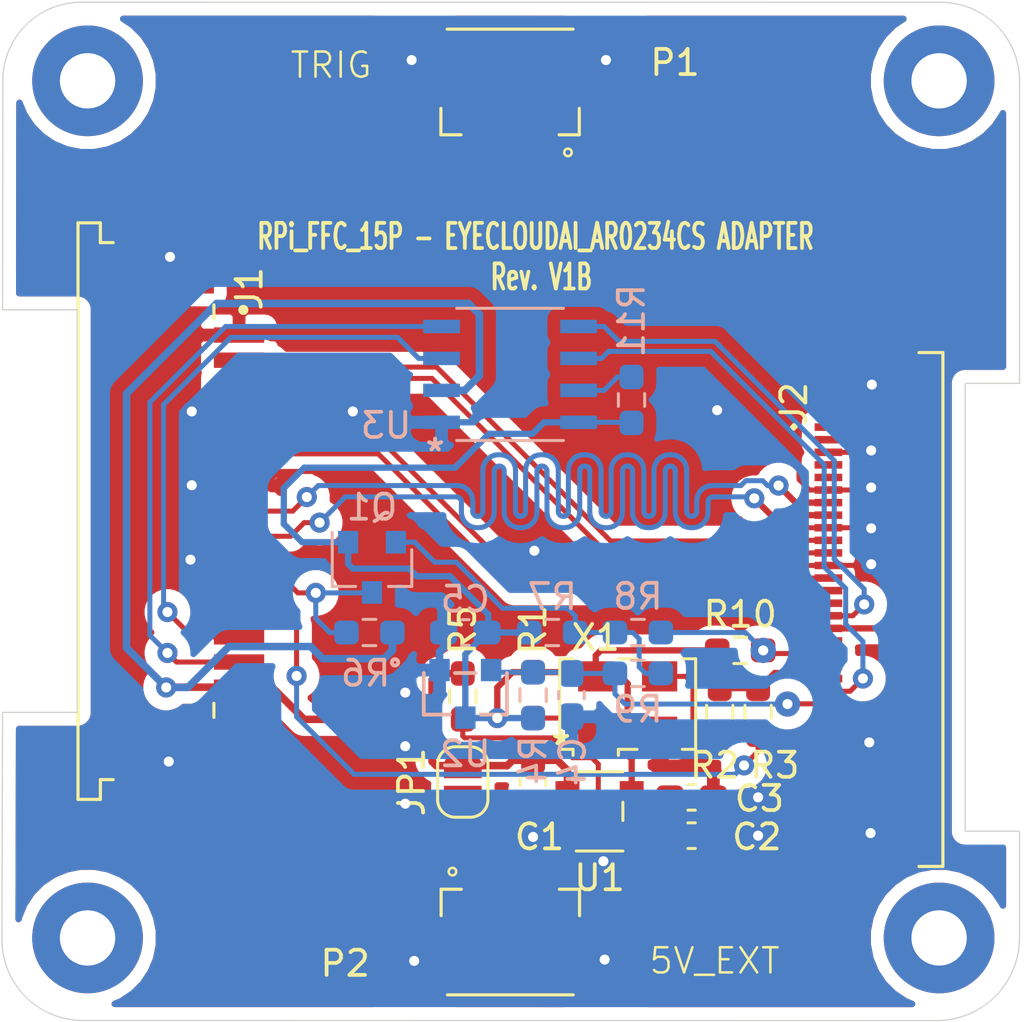
<source format=kicad_pcb>
(kicad_pcb (version 20171130) (host pcbnew 5.1.12-84ad8e8a86~92~ubuntu18.04.1)
  (layers (0 F.Cu signal) (31 B.Cu signal) (34 B.Paste user) (35 F.Paste user) (36 B.SilkS user) (37 F.SilkS user) (38 B.Mask user) (39 F.Mask user) (44 Edge.Cuts user))
  (net 0 "")
  (net 1 GND)
  (net 2 /CSI_nRST_1V8)
  (net 3 /CSI_PWDN_1V8)
  (net 4 +5V)
  (net 5 /TRIGGER)
  (net 6 /CSI_MCLK_1V8)
  (net 7 /I2C_SDA_1V8)
  (net 8 /I2C_SCL_1V8)
  (net 9 +3V3)
  (net 10 "Net-(J2-Pad13)")
  (net 11 "Net-(J2-Pad10)")
  (net 12 /CSI_CLK_P)
  (net 13 /CSI_CLK_N)
  (net 14 /CSI_D1_P)
  (net 15 /CSI_D1_N)
  (net 16 /CSI_D0_P)
  (net 17 /CSI_D0_N)
  (net 18 /CSI_D3_N)
  (net 19 /CSI_D3_P)
  (net 20 /CSI_D2_N)
  (net 21 /CSI_D2_P)
  (net 22 "Net-(C2-Pad1)")
  (net 23 +1V8)
  (net 24 "Net-(R1-Pad1)")
  (net 25 "Net-(J2-Pad7)")
  (net 26 /I2C_SDA_3V3)
  (net 27 /I2C_SCL_3V3)
  (net 28 /MCLK_JETSON)
  (net 29 /CSI_GPIO_3V3)
  (net 30 "Net-(Q1-Pad2)")
  (net 31 /MCLK_OSC)
  (net 32 "Net-(R5-Pad2)")
  (net 33 "Net-(R11-Pad2)")
  (module Resistor_SMD:R_0603_1608Metric_Pad0.98x0.95mm_HandSolder (layer F.Cu) (at 131.0132 102.0572)
    (fp_text reference R10 (at 0 -1.43 -180) (layer F.SilkS))
    (fp_text value 10K)
    (pad 2 smd roundrect (at 0.9125 0) (size 0.975 0.95) (layers F.Cu F.Paste F.Mask) (net 3 /CSI_PWDN_1V8))
    (pad 1 smd roundrect (at -0.9125 0) (size 0.975 0.95) (layers F.Cu F.Paste F.Mask) (net 23 +1V8))
  )
  (module Resistor_SMD:R_0603_1608Metric_Pad0.98x0.95mm_HandSolder (layer B.Cu) (at 126.9492 102.9716)
    (fp_text reference R9 (at 0 1.43) (layer B.SilkS) (effects (justify mirror)))
    (fp_text value 0)
    (pad 2 smd roundrect (at 0.9125 0) (size 0.975 0.95) (layers B.Cu B.Paste B.Mask) (net 30 "Net-(Q1-Pad2)"))
    (pad 1 smd roundrect (at -0.9125 0) (size 0.975 0.95) (layers B.Cu B.Paste B.Mask) (net 2 /CSI_nRST_1V8))
  )
  (module Resistor_SMD:R_0603_1608Metric_Pad0.98x0.95mm_HandSolder (layer B.Cu) (at 126.9492 101.346 180)
    (fp_text reference R8 (at 0 1.43) (layer B.SilkS) (effects (justify mirror)))
    (fp_text value 0)
    (pad 1 smd roundrect (at -0.9125 0 180) (size 0.975 0.95) (layers B.Cu B.Paste B.Mask) (net 3 /CSI_PWDN_1V8))
    (pad 2 smd roundrect (at 0.9125 0 180) (size 0.975 0.95) (layers B.Cu B.Paste B.Mask) (net 30 "Net-(Q1-Pad2)"))
  )
  (module Resistor_SMD:R_0603_1608Metric_Pad0.98x0.95mm_HandSolder (layer F.Cu) (at 119.9896 103.886 270)
    (fp_text reference R5 (at -2.6416 0 90) (layer F.SilkS))
    (fp_text value 10K)
    (pad 2 smd roundrect (at 0.9125 0 270) (size 0.975 0.95) (layers F.Cu F.Paste F.Mask) (net 32 "Net-(R5-Pad2)"))
    (pad 1 smd roundrect (at -0.9125 0 270) (size 0.975 0.95) (layers F.Cu F.Paste F.Mask) (net 9 +3V3))
  )
  (module Jumper:SolderJumper-2_P1.3mm_Open_RoundedPad1.0x1.5mm (layer F.Cu) (at 119.9896 107.2896 90)
    (fp_text reference JP1 (at 0 -2.032 90) (layer F.SilkS))
    (fp_text value Jumper_3V3 hide)
    (pad 2 smd custom (at 0.65 0 90) (size 1 0.5) (layers F.Cu F.Mask) (net 9 +3V3) (options (clearance outline) (anchor rect)) (primitives (gr_circle (center 0 0.25) (end 0.5 0.25) (width 0)) (gr_circle (center 0 -0.25) (end 0.5 -0.25) (width 0)) (gr_poly (pts (xy 0 -0.75) (xy -0.5 -0.75) (xy -0.5 0.75) (xy 0 0.75)) (width 0))))
    (pad 1 smd custom (at -0.65 0 90) (size 1 0.5) (layers F.Cu F.Mask) (net 4 +5V) (options (clearance outline) (anchor rect)) (primitives (gr_circle (center 0 0.25) (end 0.5 0.25) (width 0)) (gr_circle (center 0 -0.25) (end 0.5 -0.25) (width 0)) (gr_poly (pts (xy 0 -0.75) (xy 0.5 -0.75) (xy 0.5 0.75) (xy 0 0.75)) (width 0))))
  )
  (module footprints:MIC5259-2.8YD5-TR (layer F.Cu) (at 125.4252 108.458)
    (fp_text reference U1 (at 0 2.6416) (layer F.SilkS))
    (fp_text value MIC5259-1.8YD5-TR hide)
    (fp_text user * (at -1.53035 -2.601) (layer F.SilkS))
    (fp_text user * (at -1.53035 -2.601) (layer F.SilkS))
    (pad 5 smd rect (at 1.27635 -0.950001) (size 0.9525 0.508) (layers F.Cu F.Paste F.Mask) (net 23 +1V8))
    (pad 4 smd rect (at 1.27635 0.950001) (size 0.9525 0.508) (layers F.Cu F.Paste F.Mask) (net 22 "Net-(C2-Pad1)"))
    (pad 3 smd rect (at -1.27635 0.950001) (size 0.9525 0.508) (layers F.Cu F.Paste F.Mask) (net 32 "Net-(R5-Pad2)"))
    (pad 2 smd rect (at -1.27635 0) (size 0.9525 0.508) (layers F.Cu F.Paste F.Mask) (net 1 GND))
    (pad 1 smd rect (at -1.27635 -0.950001) (size 0.9525 0.508) (layers F.Cu F.Paste F.Mask) (net 9 +3V3))
  )
  (module Resistor_SMD:R_0603_1608Metric_Pad0.98x0.95mm_HandSolder (layer B.Cu) (at 123.5456 101.346)
    (fp_text reference R7 (at 0 -1.4224) (layer B.SilkS) (effects (justify mirror)))
    (fp_text value 10K)
    (pad 2 smd roundrect (at 0.9125 0) (size 0.975 0.95) (layers B.Cu B.Paste B.Mask) (net 30 "Net-(Q1-Pad2)"))
    (pad 1 smd roundrect (at -0.9125 0) (size 0.975 0.95) (layers B.Cu B.Paste B.Mask) (net 23 +1V8))
  )
  (module Resistor_SMD:R_0603_1608Metric_Pad0.98x0.95mm_HandSolder (layer B.Cu) (at 116.2812 101.346 180)
    (fp_text reference R6 (at 0.1524 -1.6256 180) (layer B.SilkS) (effects (justify mirror)))
    (fp_text value 10K)
    (pad 2 smd roundrect (at 0.9125 0 180) (size 0.975 0.95) (layers B.Cu B.Paste B.Mask) (net 29 /CSI_GPIO_3V3))
    (pad 1 smd roundrect (at -0.9125 0 180) (size 0.975 0.95) (layers B.Cu B.Paste B.Mask) (net 9 +3V3))
  )
  (module Package_TO_SOT_SMD:SOT-23 (layer B.Cu) (at 116.3828 98.7552 270)
    (fp_text reference Q1 (at -2.3876 0 180) (layer B.SilkS) (effects (justify mirror)))
    (fp_text value BSS138)
    (pad 3 smd rect (at 1 0 270) (size 0.9 0.8) (layers B.Cu B.Paste B.Mask) (net 29 /CSI_GPIO_3V3))
    (pad 2 smd rect (at -1 -0.95 270) (size 0.9 0.8) (layers B.Cu B.Paste B.Mask) (net 30 "Net-(Q1-Pad2)"))
    (pad 1 smd rect (at -1 0.95 270) (size 0.9 0.8) (layers B.Cu B.Paste B.Mask) (net 23 +1V8))
  )
  (module Capacitor_SMD:C_0603_1608Metric_Pad1.08x0.95mm_HandSolder (layer B.Cu) (at 120.0912 101.346 180)
    (fp_text reference C5 (at 0 1.3208) (layer B.SilkS) (effects (justify mirror)))
    (fp_text value 0.01uF)
    (pad 2 smd roundrect (at 0.8625 0 180) (size 1.075 0.95) (layers B.Cu B.Paste B.Mask) (net 1 GND))
    (pad 1 smd roundrect (at -0.8625 0 180) (size 1.075 0.95) (layers B.Cu B.Paste B.Mask) (net 23 +1V8))
  )
  (module footprints:PCA9306D (layer B.Cu) (at 121.8692 91.0844)
    (fp_text reference U3 (at -4.9276 2.032) (layer B.SilkS) (effects (justify mirror)))
    (fp_text value PCA9306D hide)
    (fp_text user * (at -2.97815 3.0988) (layer B.SilkS) (effects (justify mirror)))
    (fp_text user * (at -2.97815 3.0988) (layer B.SilkS) (effects (justify mirror)))
    (pad 8 smd rect (at 2.72415 1.905) (size 1.4605 0.5334) (layers B.Cu B.Paste B.Mask) (net 23 +1V8))
    (pad 7 smd rect (at 2.72415 0.635) (size 1.4605 0.5334) (layers B.Cu B.Paste B.Mask) (net 33 "Net-(R11-Pad2)"))
    (pad 6 smd rect (at 2.72415 -0.635) (size 1.4605 0.5334) (layers B.Cu B.Paste B.Mask) (net 8 /I2C_SCL_1V8))
    (pad 5 smd rect (at 2.72415 -1.905) (size 1.4605 0.5334) (layers B.Cu B.Paste B.Mask) (net 7 /I2C_SDA_1V8))
    (pad 4 smd rect (at -2.72415 -1.905) (size 1.4605 0.5334) (layers B.Cu B.Paste B.Mask) (net 26 /I2C_SDA_3V3))
    (pad 3 smd rect (at -2.72415 -0.635) (size 1.4605 0.5334) (layers B.Cu B.Paste B.Mask) (net 27 /I2C_SCL_3V3))
    (pad 2 smd rect (at -2.72415 0.635) (size 1.4605 0.5334) (layers B.Cu B.Paste B.Mask) (net 9 +3V3))
    (pad 1 smd rect (at -2.72415 1.905) (size 1.4605 0.5334) (layers B.Cu B.Paste B.Mask) (net 1 GND))
  )
  (module Resistor_SMD:R_0603_1608Metric_Pad0.98x0.95mm_HandSolder (layer B.Cu) (at 126.6952 92.1004 90)
    (fp_text reference R11 (at 3.1496 0 90) (layer B.SilkS) (effects (justify mirror)))
    (fp_text value 10K)
    (pad 2 smd roundrect (at 0.9125 0 90) (size 0.975 0.95) (layers B.Cu B.Paste B.Mask) (net 33 "Net-(R11-Pad2)"))
    (pad 1 smd roundrect (at -0.9125 0 90) (size 0.975 0.95) (layers B.Cu B.Paste B.Mask) (net 23 +1V8))
  )
  (module footprints:TE_1-84952-5 (layer F.Cu) (at 111.0996 96.52 270)
    (fp_text reference J1 (at -8.8392 -0.4064 90) (layer F.SilkS))
    (fp_text value 1-84952-5)
    (pad 15 smd rect (at 7 0 270) (size 0.61 2) (layers F.Cu F.Paste F.Mask) (net 9 +3V3))
    (pad 14 smd rect (at 6 0 270) (size 0.61 2) (layers F.Cu F.Paste F.Mask) (net 26 /I2C_SDA_3V3))
    (pad 13 smd rect (at 5 0 270) (size 0.61 2) (layers F.Cu F.Paste F.Mask) (net 27 /I2C_SCL_3V3))
    (pad 12 smd rect (at 4 0 270) (size 0.61 2) (layers F.Cu F.Paste F.Mask) (net 28 /MCLK_JETSON))
    (pad 11 smd rect (at 3 0 270) (size 0.61 2) (layers F.Cu F.Paste F.Mask) (net 29 /CSI_GPIO_3V3))
    (pad 10 smd rect (at 2 0 270) (size 0.61 2) (layers F.Cu F.Paste F.Mask) (net 1 GND))
    (pad 9 smd rect (at 1 0 270) (size 0.61 2) (layers F.Cu F.Paste F.Mask) (net 12 /CSI_CLK_P))
    (pad 8 smd rect (at 0 0 270) (size 0.61 2) (layers F.Cu F.Paste F.Mask) (net 13 /CSI_CLK_N))
    (pad 7 smd rect (at -1 0 270) (size 0.61 2) (layers F.Cu F.Paste F.Mask) (net 1 GND))
    (pad 1 smd rect (at -7 0 270) (size 0.61 2) (layers F.Cu F.Paste F.Mask) (net 1 GND))
    (pad 2 smd rect (at -6 0 270) (size 0.61 2) (layers F.Cu F.Paste F.Mask) (net 17 /CSI_D0_N))
    (pad S1 smd rect (at -9.99 2.8 270) (size 2.68 3.6) (layers F.Cu F.Paste F.Mask) (net 1 GND))
    (pad S2 smd rect (at 9.99 2.8 270) (size 2.68 3.6) (layers F.Cu F.Paste F.Mask) (net 1 GND))
    (pad 3 smd rect (at -5 0 270) (size 0.61 2) (layers F.Cu F.Paste F.Mask) (net 16 /CSI_D0_P))
    (pad 6 smd rect (at -2 0 270) (size 0.61 2) (layers F.Cu F.Paste F.Mask) (net 14 /CSI_D1_P))
    (pad 4 smd rect (at -4 0 270) (size 0.61 2) (layers F.Cu F.Paste F.Mask) (net 1 GND))
    (pad 5 smd rect (at -3 0 270) (size 0.61 2) (layers F.Cu F.Paste F.Mask) (net 15 /CSI_D1_N))
  )
  (module footprints:TE_3-1734592-0 (layer F.Cu) (at 134.5184 100.4316 90)
    (fp_text reference J2 (at 8.1788 -1.3716 90) (layer F.SilkS))
    (fp_text value 3-1734592-0)
    (pad 30 smd rect (at 7.25 0 90) (size 0.3 1.1) (layers F.Cu F.Paste F.Mask) (net 18 /CSI_D3_N))
    (pad 29 smd rect (at 6.75 0 90) (size 0.3 1.1) (layers F.Cu F.Paste F.Mask) (net 19 /CSI_D3_P))
    (pad 28 smd rect (at 6.25 0 90) (size 0.3 1.1) (layers F.Cu F.Paste F.Mask) (net 1 GND))
    (pad 27 smd rect (at 5.75 0 90) (size 0.3 1.1) (layers F.Cu F.Paste F.Mask) (net 20 /CSI_D2_N))
    (pad 26 smd rect (at 5.25 0 90) (size 0.3 1.1) (layers F.Cu F.Paste F.Mask) (net 21 /CSI_D2_P))
    (pad 25 smd rect (at 4.75 0 90) (size 0.3 1.1) (layers F.Cu F.Paste F.Mask) (net 1 GND))
    (pad 24 smd rect (at 4.25 0 90) (size 0.3 1.1) (layers F.Cu F.Paste F.Mask) (net 13 /CSI_CLK_N))
    (pad 23 smd rect (at 3.75 0 90) (size 0.3 1.1) (layers F.Cu F.Paste F.Mask) (net 12 /CSI_CLK_P))
    (pad 22 smd rect (at 3.25 0 90) (size 0.3 1.1) (layers F.Cu F.Paste F.Mask) (net 1 GND))
    (pad 21 smd rect (at 2.75 0 90) (size 0.3 1.1) (layers F.Cu F.Paste F.Mask) (net 17 /CSI_D0_N))
    (pad 20 smd rect (at 2.25 0 90) (size 0.3 1.1) (layers F.Cu F.Paste F.Mask) (net 16 /CSI_D0_P))
    (pad 19 smd rect (at 1.75 0 90) (size 0.3 1.1) (layers F.Cu F.Paste F.Mask) (net 1 GND))
    (pad 18 smd rect (at 1.25 0 90) (size 0.3 1.1) (layers F.Cu F.Paste F.Mask) (net 15 /CSI_D1_N))
    (pad 17 smd rect (at 0.75 0 90) (size 0.3 1.1) (layers F.Cu F.Paste F.Mask) (net 14 /CSI_D1_P))
    (pad 16 smd rect (at 0.25 0 90) (size 0.3 1.1) (layers F.Cu F.Paste F.Mask) (net 1 GND))
    (pad 15 smd rect (at -0.25 0 90) (size 0.3 1.1) (layers F.Cu F.Paste F.Mask) (net 7 /I2C_SDA_1V8))
    (pad 14 smd rect (at -0.75 0 90) (size 0.3 1.1) (layers F.Cu F.Paste F.Mask) (net 5 /TRIGGER))
    (pad 13 smd rect (at -1.25 0 90) (size 0.3 1.1) (layers F.Cu F.Paste F.Mask) (net 10 "Net-(J2-Pad13)"))
    (pad 12 smd rect (at -1.75 0 90) (size 0.3 1.1) (layers F.Cu F.Paste F.Mask) (net 3 /CSI_PWDN_1V8))
    (pad 11 smd rect (at -2.25 0 90) (size 0.3 1.1) (layers F.Cu F.Paste F.Mask) (net 6 /CSI_MCLK_1V8))
    (pad 10 smd rect (at -2.75 0 90) (size 0.3 1.1) (layers F.Cu F.Paste F.Mask) (net 11 "Net-(J2-Pad10)"))
    (pad 9 smd rect (at -3.25 0 90) (size 0.3 1.1) (layers F.Cu F.Paste F.Mask) (net 8 /I2C_SCL_1V8))
    (pad 8 smd rect (at -3.75 0 90) (size 0.3 1.1) (layers F.Cu F.Paste F.Mask) (net 2 /CSI_nRST_1V8))
    (pad 7 smd rect (at -4.25 0 90) (size 0.3 1.1) (layers F.Cu F.Paste F.Mask) (net 25 "Net-(J2-Pad7)"))
    (pad S1 smd rect (at -8.92 1.7 90) (size 2.3 3.1) (layers F.Cu F.Paste F.Mask) (net 1 GND))
    (pad S2 smd rect (at 8.92 1.7 90) (size 2.3 3.1) (layers F.Cu F.Paste F.Mask) (net 1 GND))
    (pad 6 smd rect (at -4.75 0 90) (size 0.3 1.1) (layers F.Cu F.Paste F.Mask) (net 1 GND))
    (pad 5 smd rect (at -5.25 0 90) (size 0.3 1.1) (layers F.Cu F.Paste F.Mask) (net 1 GND))
    (pad 4 smd rect (at -5.75 0 90) (size 0.3 1.1) (layers F.Cu F.Paste F.Mask) (net 1 GND))
    (pad 3 smd rect (at -6.25 0 90) (size 0.3 1.1) (layers F.Cu F.Paste F.Mask) (net 4 +5V))
    (pad 2 smd rect (at -6.75 0 90) (size 0.3 1.1) (layers F.Cu F.Paste F.Mask) (net 4 +5V))
    (pad 1 smd rect (at -7.25 0 90) (size 0.3 1.1) (layers F.Cu F.Paste F.Mask) (net 4 +5V))
  )
  (module Oscillator:Oscillator_SMD_TXC_7C-4Pin_5.0x3.2mm (layer F.Cu) (at 126.5428 104.1908)
    (fp_text reference X1 (at -1.27 -2.6416) (layer F.SilkS))
    (fp_text value 24MHz)
    (pad 4 smd rect (at -1.27 -1.1) (size 1.4 1.2) (layers F.Cu F.Paste F.Mask) (net 23 +1V8))
    (pad 3 smd rect (at 1.27 -1.1) (size 1.4 1.2) (layers F.Cu F.Paste F.Mask) (net 31 /MCLK_OSC))
    (pad 2 smd rect (at 1.27 1.1) (size 1.4 1.2) (layers F.Cu F.Paste F.Mask) (net 1 GND))
    (pad 1 smd rect (at -1.27 1.1) (size 1.4 1.2) (layers F.Cu F.Paste F.Mask) (net 24 "Net-(R1-Pad1)"))
  )
  (module footprints:APX803-29SAG-7 (layer B.Cu) (at 120.0912 103.7844)
    (fp_text reference U2 (at 0 2.3876) (layer B.SilkS) (effects (justify mirror)))
    (fp_text value APX803-29SAG-7 hide)
    (pad 3 smd rect (at 0 0.945) (size 0.8128 0.889) (layers B.Cu B.Paste B.Mask) (net 23 +1V8))
    (pad 2 smd rect (at 1.024999 -0.944999) (size 0.8128 0.889) (layers B.Cu B.Paste B.Mask) (net 2 /CSI_nRST_1V8))
    (pad 1 smd rect (at -1.024999 -0.944999) (size 0.8128 0.889) (layers B.Cu B.Paste B.Mask) (net 1 GND))
  )
  (module Resistor_SMD:R_0603_1608Metric_Pad0.98x0.95mm_HandSolder (layer B.Cu) (at 122.7836 103.8371 270)
    (fp_text reference R4 (at 2.5889 0 270) (layer B.SilkS) (effects (justify mirror)))
    (fp_text value 1K)
    (pad 2 smd roundrect (at 0.9125 0 270) (size 0.975 0.95) (layers B.Cu B.Paste B.Mask) (net 23 +1V8))
    (pad 1 smd roundrect (at -0.9125 0 270) (size 0.975 0.95) (layers B.Cu B.Paste B.Mask) (net 2 /CSI_nRST_1V8))
  )
  (module Resistor_SMD:R_0603_1608Metric_Pad0.98x0.95mm_HandSolder (layer F.Cu) (at 131.7244 104.4956 270)
    (fp_text reference R3 (at 2.1336 -0.6604 180) (layer F.SilkS))
    (fp_text value 0)
    (pad 2 smd roundrect (at 0.9125 0 270) (size 0.975 0.95) (layers F.Cu F.Paste F.Mask) (net 28 /MCLK_JETSON))
    (pad 1 smd roundrect (at -0.9125 0 270) (size 0.975 0.95) (layers F.Cu F.Paste F.Mask) (net 6 /CSI_MCLK_1V8))
  )
  (module Resistor_SMD:R_0603_1608Metric_Pad0.98x0.95mm_HandSolder (layer F.Cu) (at 130.2004 104.4956 270)
    (fp_text reference R2 (at 2.1336 0.2032 180) (layer F.SilkS))
    (fp_text value 22)
    (pad 1 smd roundrect (at -0.9125 0 270) (size 0.975 0.95) (layers F.Cu F.Paste F.Mask) (net 6 /CSI_MCLK_1V8))
    (pad 2 smd roundrect (at 0.9125 0 270) (size 0.975 0.95) (layers F.Cu F.Paste F.Mask) (net 31 /MCLK_OSC))
  )
  (module Resistor_SMD:R_0603_1608Metric_Pad0.98x0.95mm_HandSolder (layer F.Cu) (at 122.7836 103.8352 90)
    (fp_text reference R1 (at 2.5908 0 90) (layer F.SilkS))
    (fp_text value 10K)
    (pad 2 smd roundrect (at 0.9125 0 90) (size 0.975 0.95) (layers F.Cu F.Paste F.Mask) (net 23 +1V8))
    (pad 1 smd roundrect (at -0.9125 0 90) (size 0.975 0.95) (layers F.Cu F.Paste F.Mask) (net 24 "Net-(R1-Pad1)"))
  )
  (module Capacitor_SMD:C_0603_1608Metric_Pad1.08x0.95mm_HandSolder (layer B.Cu) (at 124.3076 103.8352 270)
    (fp_text reference C4 (at 2.6416 -0.0508 270) (layer B.SilkS) (effects (justify mirror)))
    (fp_text value 10uF)
    (pad 2 smd roundrect (at 0.8625 0 270) (size 1.075 0.95) (layers B.Cu B.Paste B.Mask) (net 1 GND))
    (pad 1 smd roundrect (at -0.8625 0 270) (size 1.075 0.95) (layers B.Cu B.Paste B.Mask) (net 2 /CSI_nRST_1V8))
  )
  (module Capacitor_SMD:C_0603_1608Metric_Pad1.08x0.95mm_HandSolder (layer F.Cu) (at 129.0828 107.8992)
    (fp_text reference C3 (at 2.6924 0.0508) (layer F.SilkS))
    (fp_text value 1.0uF)
    (pad 2 smd roundrect (at 0.8625 0) (size 1.075 0.95) (layers F.Cu F.Paste F.Mask) (net 1 GND))
    (pad 1 smd roundrect (at -0.8625 0) (size 1.075 0.95) (layers F.Cu F.Paste F.Mask) (net 23 +1V8))
  )
  (module Capacitor_SMD:C_0603_1608Metric_Pad1.08x0.95mm_HandSolder (layer F.Cu) (at 129.0828 109.4232)
    (fp_text reference C2 (at 2.5908 0.0508) (layer F.SilkS))
    (fp_text value 0.01uF)
    (pad 2 smd roundrect (at 0.8625 0) (size 1.075 0.95) (layers F.Cu F.Paste F.Mask) (net 1 GND))
    (pad 1 smd roundrect (at -0.8625 0) (size 1.075 0.95) (layers F.Cu F.Paste F.Mask) (net 22 "Net-(C2-Pad1)"))
  )
  (module Capacitor_SMD:C_0603_1608Metric_Pad1.08x0.95mm_HandSolder (layer F.Cu) (at 122.7836 107.2896 270)
    (fp_text reference C1 (at 2.1844 -0.254) (layer F.SilkS))
    (fp_text value 1.0uF)
    (pad 2 smd roundrect (at 0.8625 0 270) (size 1.075 0.95) (layers F.Cu F.Paste F.Mask) (net 1 GND))
    (pad 1 smd roundrect (at -0.8625 0 270) (size 1.075 0.95) (layers F.Cu F.Paste F.Mask) (net 9 +3V3))
  )
  (module footprints:MOLEX_53261-0371 (layer F.Cu) (at 121.8792 111.5524)
    (fp_text reference P2 (at -6.5632 2.9508 180) (layer F.SilkS) (effects (font (size 1.000449 1.000449))))
    (fp_text value 53261-0371)
    (pad P2 smd rect (at 3.8 2.9) (size 2.1 3) (layers F.Cu F.Paste F.Mask) (net 1 GND))
    (pad P1 smd rect (at -3.8 2.9) (size 2.1 3) (layers F.Cu F.Paste F.Mask) (net 1 GND))
    (pad 3 smd rect (at 1.25 0) (size 0.8 1.6) (layers F.Cu F.Paste F.Mask) (net 4 +5V))
    (pad 2 smd rect (at 0 0) (size 0.8 1.6) (layers F.Cu F.Paste F.Mask) (net 4 +5V))
    (pad 1 smd rect (at -1.25 0) (size 0.8 1.6) (layers F.Cu F.Paste F.Mask) (net 1 GND))
  )
  (module footprints:MOLEX_53261-0371 (layer F.Cu) (at 121.8692 81.5594 180)
    (fp_text reference P1 (at -6.5532 2.8702 180) (layer F.SilkS) (effects (font (size 1.000449 1.000449))))
    (fp_text value 53261-0371)
    (pad P2 smd rect (at 3.8 2.9 180) (size 2.1 3) (layers F.Cu F.Paste F.Mask) (net 1 GND))
    (pad P1 smd rect (at -3.8 2.9 180) (size 2.1 3) (layers F.Cu F.Paste F.Mask) (net 1 GND))
    (pad 3 smd rect (at 1.25 0 180) (size 0.8 1.6) (layers F.Cu F.Paste F.Mask) (net 1 GND))
    (pad 2 smd rect (at 0 0 180) (size 0.8 1.6) (layers F.Cu F.Paste F.Mask) (net 5 /TRIGGER))
    (pad 1 smd rect (at -1.25 0 180) (size 0.8 1.6) (layers F.Cu F.Paste F.Mask) (net 5 /TRIGGER))
  )
  (module MountingHole:MountingHole_2.2mm_M2_Pad (layer F.Cu) (at 138.91768 79.4131)
    (fp_text reference H4 hide)
    (fp_text value MountingHole)
    (pad 1 thru_hole circle (at 0 0) (size 4.4 4.4) (drill 2.2) (layers *.Cu *.Mask))
  )
  (module MountingHole:MountingHole_2.2mm_M2_Pad (layer F.Cu) (at 138.91768 113.48974)
    (fp_text reference H3 hide)
    (fp_text value MountingHole)
    (pad 1 thru_hole circle (at 0 0) (size 4.4 4.4) (drill 2.2) (layers *.Cu *.Mask))
  )
  (module MountingHole:MountingHole_2.2mm_M2_Pad (layer F.Cu) (at 105.0798 113.48974)
    (fp_text reference H2 hide)
    (fp_text value MountingHole)
    (pad 1 thru_hole circle (at 0 0) (size 4.4 4.4) (drill 2.2) (layers *.Cu *.Mask))
  )
  (module MountingHole:MountingHole_2.2mm_M2_Pad (layer F.Cu) (at 105.0798 79.4131)
    (fp_text reference H1 hide)
    (fp_text value MountingHole)
    (pad 1 thru_hole circle (at 0 0) (size 4.4 4.4) (drill 2.2) (layers *.Cu *.Mask))
  )
  (gr_text . (at 133.1468 92.5576) (layer F.SilkS) (effects (font (size 1.5 1.5))))
  (gr_text 5V_EXT (at 129.9972 114.4016) (layer F.SilkS) (effects (font (size 1 1) (thickness 0.1))))
  (gr_text TRIG (at 114.7572 78.7908) (layer F.SilkS) (effects (font (size 1 1) (thickness 0.1))))
  (gr_line (start 142.113 91.44) (end 142.113 79.41564) (layer Edge.Cuts) (width 0.05))
  (gr_line (start 101.7016 88.519) (end 101.7143 79.39786) (layer Edge.Cuts) (width 0.05))
  (gr_line (start 104.6734 104.521) (end 101.7016 104.521) (layer Edge.Cuts) (width 0.05))
  (gr_line (start 104.6734 88.519) (end 104.6734 104.521) (layer Edge.Cuts) (width 0.05))
  (gr_line (start 101.7016 88.519) (end 104.6734 88.519) (layer Edge.Cuts) (width 0.05))
  (gr_line (start 139.954 91.44) (end 142.113 91.44) (layer Edge.Cuts) (width 0.05))
  (gr_line (start 139.954 109.2454) (end 142.113 109.2454) (layer Edge.Cuts) (width 0.05))
  (gr_line (start 142.113 109.2454) (end 142.113 113.4872) (layer Edge.Cuts) (width 0.05))
  (gr_text "RPi_FFC_15P - EYECLOUDAI_AR0234CS ADAPTER\n Rev. V1B" (at 122.8852 86.4108) (layer F.SilkS) (effects (font (size 1 0.6))))
  (gr_arc (start 138.82624 113.4872) (end 138.82624 116.77396) (angle -90) (layer Edge.Cuts) (width 0.05))
  (gr_arc (start 104.89692 113.5507) (end 101.6762 113.55324) (angle -89.95481406) (layer Edge.Cuts) (width 0.05))
  (gr_arc (start 104.82326 79.39786) (end 104.82326 76.2889) (angle -90) (layer Edge.Cuts) (width 0.05))
  (gr_arc (start 138.98372 79.42072) (end 142.113 79.41564) (angle -90) (layer Edge.Cuts) (width 0.05))
  (gr_line (start 139.954 91.44) (end 139.954 109.2454) (layer Edge.Cuts) (width 0.05))
  (gr_line (start 104.82326 76.2889) (end 138.97864 76.29144) (layer Edge.Cuts) (width 0.05))
  (gr_line (start 101.6762 113.55324) (end 101.7016 104.521) (layer Edge.Cuts) (width 0.05))
  (gr_line (start 138.82624 116.77396) (end 104.89692 116.771421) (layer Edge.Cuts) (width 0.05))
  (via (at 125.6792 78.5876) (size 0.8) (drill 0.4) (layers F.Cu B.Cu) (net 1))
  (via (at 117.9576 78.5876) (size 0.8) (drill 0.4) (layers F.Cu B.Cu) (net 1))
  (via (at 118.0592 114.4016) (size 0.8) (drill 0.4) (layers F.Cu B.Cu) (net 1))
  (via (at 125.6284 114.3508) (size 0.8) (drill 0.4) (layers F.Cu B.Cu) (net 1))
  (via (at 108.3056 106.4768) (size 0.8) (drill 0.4) (layers F.Cu B.Cu) (net 1))
  (via (at 108.3564 86.4108) (size 0.8) (drill 0.4) (layers F.Cu B.Cu) (net 1))
  (via (at 136.1948 109.3216) (size 0.8) (drill 0.4) (layers F.Cu B.Cu) (net 1))
  (via (at 136.2456 91.4908) (size 0.8) (drill 0.4) (layers F.Cu B.Cu) (net 1))
  (segment (start 117.7168 92.52) (end 115.3536 92.52) (width 0.2) (layer F.Cu) (net 1))
  (segment (start 120.8064 100.1816) (end 117.4496 96.8248) (width 0.2) (layer F.Cu) (net 1))
  (segment (start 112.1124 95.520002) (end 110.9091 95.520002) (width 0.2) (layer F.Cu) (net 1))
  (segment (start 112.687202 94.9452) (end 112.1124 95.520002) (width 0.2) (layer F.Cu) (net 1))
  (segment (start 115.57 94.9452) (end 112.687202 94.9452) (width 0.2) (layer F.Cu) (net 1))
  (segment (start 108.824001 89.520001) (end 108.8009 89.4969) (width 0.2) (layer F.Cu) (net 1))
  (segment (start 110.9091 89.520001) (end 108.824001 89.520001) (width 0.2) (layer F.Cu) (net 1))
  (segment (start 108.8009 89.4969) (end 108.8009 88.519) (width 0.2) (layer F.Cu) (net 1))
  (segment (start 108.902 92.52) (end 108.8009 92.6211) (width 0.2) (layer F.Cu) (net 1))
  (segment (start 110.9091 92.52) (end 108.902 92.52) (width 0.2) (layer F.Cu) (net 1))
  (segment (start 108.8009 92.6211) (end 108.8009 89.4969) (width 0.2) (layer F.Cu) (net 1))
  (segment (start 108.807001 98.520001) (end 108.8009 98.5139) (width 0.2) (layer F.Cu) (net 1))
  (segment (start 110.9091 98.520001) (end 108.807001 98.520001) (width 0.2) (layer F.Cu) (net 1))
  (segment (start 108.829602 95.520002) (end 108.8009 95.4913) (width 0.2) (layer F.Cu) (net 1))
  (segment (start 110.9091 95.520002) (end 108.829602 95.520002) (width 0.2) (layer F.Cu) (net 1))
  (segment (start 108.8009 95.4913) (end 108.8009 92.6211) (width 0.2) (layer F.Cu) (net 1))
  (segment (start 108.8009 98.5139) (end 108.8009 95.4913) (width 0.2) (layer F.Cu) (net 1))
  (segment (start 120.6292 111.5524) (end 109.9268 111.5524) (width 0.2) (layer F.Cu) (net 1))
  (segment (start 109.9268 111.5524) (end 108.8009 110.4265) (width 0.2) (layer F.Cu) (net 1))
  (segment (start 134.5184 105.1816) (end 134.5184 106.1816) (width 0.2) (layer F.Cu) (net 1))
  (segment (start 128.7272 96.8248) (end 131.0132 96.8248) (width 0.2) (layer F.Cu) (net 1))
  (segment (start 131.0132 96.8248) (end 131.37 97.1816) (width 0.2) (layer F.Cu) (net 1))
  (segment (start 131.37 97.1816) (end 134.5184 97.1816) (width 0.2) (layer F.Cu) (net 1))
  (segment (start 134.6016 98.6772) (end 136.2184 98.6772) (width 0.2) (layer F.Cu) (net 1))
  (segment (start 134.5972 98.6816) (end 134.6016 98.6772) (width 0.2) (layer F.Cu) (net 1))
  (segment (start 134.5184 98.6816) (end 134.5972 98.6816) (width 0.2) (layer F.Cu) (net 1))
  (segment (start 136.196 97.1816) (end 136.2184 97.204) (width 0.2) (layer F.Cu) (net 1))
  (segment (start 134.5184 97.1816) (end 136.196 97.1816) (width 0.2) (layer F.Cu) (net 1))
  (segment (start 136.2184 97.204) (end 136.2184 97.204) (width 0.2) (layer F.Cu) (net 1))
  (segment (start 136.2164 95.6816) (end 136.2184 95.6836) (width 0.2) (layer F.Cu) (net 1))
  (segment (start 134.5184 95.6816) (end 136.2164 95.6816) (width 0.2) (layer F.Cu) (net 1))
  (segment (start 136.2184 95.6836) (end 136.2184 97.204) (width 0.2) (layer F.Cu) (net 1))
  (segment (start 136.1456 94.1816) (end 136.2184 94.1088) (width 0.2) (layer F.Cu) (net 1))
  (segment (start 134.5184 94.1816) (end 136.1456 94.1816) (width 0.2) (layer F.Cu) (net 1))
  (segment (start 136.2184 94.1088) (end 136.2184 95.582) (width 0.2) (layer F.Cu) (net 1))
  (segment (start 136.2184 91.5116) (end 136.2184 94.1088) (width 0.2) (layer F.Cu) (net 1))
  (segment (start 133.7684 95.6816) (end 133.35 95.2632) (width 0.2) (layer F.Cu) (net 1))
  (segment (start 134.5184 95.6816) (end 133.7684 95.6816) (width 0.2) (layer F.Cu) (net 1))
  (segment (start 133.35 95.2632) (end 133.35 94.7928) (width 0.2) (layer F.Cu) (net 1))
  (segment (start 133.35 94.7928) (end 124.1552 85.598) (width 0.2) (layer F.Cu) (net 1))
  (segment (start 124.1552 85.598) (end 121.92 85.598) (width 0.2) (layer F.Cu) (net 1))
  (segment (start 120.6192 84.2972) (end 120.6192 81.5594) (width 0.2) (layer F.Cu) (net 1))
  (segment (start 121.92 85.598) (end 120.6192 84.2972) (width 0.2) (layer F.Cu) (net 1))
  (segment (start 134.5184 105.1816) (end 136.1696 105.1816) (width 0.2) (layer F.Cu) (net 1))
  (segment (start 136.1852 106.1816) (end 136.1948 106.172) (width 0.2) (layer F.Cu) (net 1))
  (segment (start 134.5184 106.1816) (end 136.1852 106.1816) (width 0.2) (layer F.Cu) (net 1))
  (segment (start 136.1948 106.172) (end 136.1948 109.3216) (width 0.2) (layer F.Cu) (net 1))
  (segment (start 136.1948 105.2068) (end 136.1696 105.1816) (width 0.2) (layer F.Cu) (net 1))
  (segment (start 136.1772 105.6816) (end 136.1948 105.664) (width 0.2) (layer F.Cu) (net 1))
  (segment (start 134.5184 105.6816) (end 136.1772 105.6816) (width 0.2) (layer F.Cu) (net 1))
  (segment (start 136.1948 105.664) (end 136.1948 105.2068) (width 0.2) (layer F.Cu) (net 1))
  (segment (start 136.1948 106.172) (end 136.1948 105.664) (width 0.2) (layer F.Cu) (net 1))
  (segment (start 134.5184 106.1816) (end 133.6452 106.1816) (width 0.25) (layer F.Cu) (net 1))
  (segment (start 133.6452 106.1816) (end 132.334 107.4928) (width 0.25) (layer F.Cu) (net 1))
  (segment (start 123.0895 108.458) (end 122.7836 108.1521) (width 0.2) (layer F.Cu) (net 1))
  (segment (start 124.14885 108.458) (end 123.0895 108.458) (width 0.35) (layer F.Cu) (net 1))
  (segment (start 127.8128 105.2908) (end 127.8128 105.2908) (width 0.2) (layer F.Cu) (net 1))
  (segment (start 122.7836 108.1521) (end 122.7836 108.1521) (width 0.2) (layer F.Cu) (net 1))
  (via (at 122.7836 109.474) (size 0.8) (drill 0.4) (layers F.Cu B.Cu) (net 1))
  (segment (start 124.968 98.4504) (end 125.1992 98.6816) (width 0.2) (layer F.Cu) (net 1))
  (segment (start 123.6472 98.4504) (end 124.968 98.4504) (width 0.2) (layer F.Cu) (net 1))
  (segment (start 134.5184 98.6816) (end 125.1992 98.6816) (width 0.2) (layer F.Cu) (net 1))
  (segment (start 123.6472 98.4504) (end 123.0376 97.8408) (width 0.2) (layer F.Cu) (net 1))
  (segment (start 136.2184 94.1088) (end 136.2184 94.1088) (width 0.2) (layer F.Cu) (net 1))
  (via (at 136.2184 94.1088) (size 0.8) (drill 0.4) (layers F.Cu B.Cu) (net 1))
  (segment (start 136.2184 95.582) (end 136.2184 95.6836) (width 0.2) (layer F.Cu) (net 1))
  (via (at 136.2184 95.582) (size 0.8) (drill 0.4) (layers F.Cu B.Cu) (net 1))
  (segment (start 136.2184 97.204) (end 136.2184 98.63) (width 0.2) (layer F.Cu) (net 1))
  (via (at 136.2184 97.204) (size 0.8) (drill 0.4) (layers F.Cu B.Cu) (net 1))
  (segment (start 136.2184 98.63) (end 136.2184 98.6772) (width 0.2) (layer F.Cu) (net 1))
  (via (at 136.2184 98.63) (size 0.8) (drill 0.4) (layers F.Cu B.Cu) (net 1))
  (segment (start 136.1696 105.1816) (end 136.1696 105.1816) (width 0.2) (layer F.Cu) (net 1))
  (via (at 136.144 105.7148) (size 0.8) (drill 0.4) (layers F.Cu B.Cu) (net 1))
  (segment (start 108.8009 92.6211) (end 108.8009 92.6211) (width 0.2) (layer F.Cu) (net 1))
  (via (at 109.22 92.5576) (size 0.8) (drill 0.4) (layers F.Cu B.Cu) (net 1))
  (segment (start 108.8009 95.4913) (end 108.8009 95.4913) (width 0.2) (layer F.Cu) (net 1))
  (via (at 109.22 95.4913) (size 0.8) (drill 0.4) (layers F.Cu B.Cu) (net 1))
  (segment (start 108.8009 88.519) (end 108.8009 88.519) (width 0.2) (layer F.Cu) (net 1))
  (segment (start 115.3536 92.52) (end 110.9091 92.52) (width 0.2) (layer F.Cu) (net 1))
  (via (at 115.6208 92.5576) (size 0.8) (drill 0.4) (layers F.Cu B.Cu) (net 1))
  (segment (start 119.14505 92.9894) (end 117.2718 92.9894) (width 0.3) (layer B.Cu) (net 1))
  (segment (start 116.8024 92.52) (end 115.3536 92.52) (width 0.3) (layer B.Cu) (net 1))
  (segment (start 117.2718 92.9894) (end 116.8024 92.52) (width 0.3) (layer B.Cu) (net 1))
  (segment (start 120.429946 92.9894) (end 122.174 91.245346) (width 0.25) (layer B.Cu) (net 1))
  (segment (start 119.14505 92.9894) (end 120.429946 92.9894) (width 0.25) (layer B.Cu) (net 1))
  (segment (start 122.301 90.3986) (end 128.7272 96.8248) (width 0.2) (layer F.Cu) (net 1))
  (segment (start 108.8009 98.5139) (end 108.8009 98.5139) (width 0.2) (layer F.Cu) (net 1))
  (via (at 109.1692 98.4504) (size 0.8) (drill 0.4) (layers F.Cu B.Cu) (net 1))
  (segment (start 122.174 90.5256) (end 122.301 90.3986) (width 0.25) (layer B.Cu) (net 1))
  (segment (start 122.174 91.245346) (end 122.174 90.5256) (width 0.25) (layer B.Cu) (net 1))
  (segment (start 127.2197 104.6977) (end 127.8128 105.2908) (width 0.3) (layer B.Cu) (net 1))
  (segment (start 124.3076 104.6977) (end 127.2197 104.6977) (width 0.3) (layer B.Cu) (net 1))
  (segment (start 119.2287 101.346) (end 119.2287 101.9545) (width 0.3) (layer B.Cu) (net 1))
  (segment (start 119.066201 102.116999) (end 119.066201 102.839401) (width 0.3) (layer B.Cu) (net 1))
  (segment (start 119.2287 101.9545) (end 119.066201 102.116999) (width 0.3) (layer B.Cu) (net 1))
  (segment (start 119.2287 100.1279) (end 119.2276 100.1268) (width 0.25) (layer B.Cu) (net 1))
  (segment (start 119.2287 101.346) (end 119.2287 100.1279) (width 0.25) (layer B.Cu) (net 1))
  (segment (start 117.4496 96.8248) (end 115.57 94.9452) (width 0.2) (layer F.Cu) (net 1))
  (segment (start 134.5184 100.1816) (end 133.6508 100.1816) (width 0.25) (layer F.Cu) (net 1))
  (segment (start 119.9896 100.8888) (end 119.2276 100.1268) (width 0.2) (layer F.Cu) (net 1))
  (segment (start 131.2672 100.8888) (end 119.9896 100.8888) (width 0.2) (layer F.Cu) (net 1))
  (segment (start 123.0376 97.8408) (end 117.7168 92.52) (width 0.2) (layer F.Cu) (net 1))
  (via (at 122.8344 98.0948) (size 0.8) (drill 0.4) (layers F.Cu B.Cu) (net 1))
  (via (at 130.0988 92.5068) (size 0.8) (drill 0.4) (layers F.Cu B.Cu) (net 1))
  (via (at 131.7244 109.4232) (size 0.8) (drill 0.4) (layers F.Cu B.Cu) (net 1))
  (segment (start 127.8128 105.2908) (end 127.8128 106.2736) (width 0.35) (layer F.Cu) (net 1))
  (segment (start 127.8128 106.2736) (end 128.1176 106.5784) (width 0.35) (layer F.Cu) (net 1))
  (segment (start 128.1176 106.5784) (end 129.4892 106.5784) (width 0.35) (layer F.Cu) (net 1))
  (segment (start 129.9453 107.0345) (end 129.9453 107.8992) (width 0.35) (layer F.Cu) (net 1))
  (segment (start 129.4892 106.5784) (end 129.9453 107.0345) (width 0.35) (layer F.Cu) (net 1))
  (segment (start 131.9276 107.8992) (end 132.334 107.4928) (width 0.35) (layer F.Cu) (net 1))
  (segment (start 129.9453 107.8992) (end 131.7752 107.8992) (width 0.35) (layer F.Cu) (net 1))
  (segment (start 131.6736 100.4824) (end 133.2992 100.4824) (width 0.25) (layer F.Cu) (net 1))
  (segment (start 133.2992 100.4824) (end 133.6 100.1816) (width 0.25) (layer F.Cu) (net 1))
  (segment (start 131.6736 100.4824) (end 131.2672 100.8888) (width 0.2) (layer F.Cu) (net 1))
  (via (at 117.7036 103.7336) (size 0.8) (drill 0.4) (layers F.Cu B.Cu) (net 1))
  (via (at 117.7036 105.8672) (size 0.8) (drill 0.4) (layers F.Cu B.Cu) (net 1))
  (via (at 117.7036 108.1532) (size 0.8) (drill 0.4) (layers F.Cu B.Cu) (net 1))
  (segment (start 131.7752 107.8992) (end 131.9276 107.8992) (width 0.35) (layer F.Cu) (net 1))
  (via (at 131.7244 107.8992) (size 0.8) (drill 0.4) (layers F.Cu B.Cu) (net 1))
  (via (at 125.5776 110.4392) (size 0.8) (drill 0.4) (layers F.Cu B.Cu) (net 1))
  (segment (start 122.7836 109.474) (end 122.7836 109.728) (width 0.2) (layer F.Cu) (net 1))
  (segment (start 122.7836 109.728) (end 123.3424 110.2868) (width 0.2) (layer F.Cu) (net 1))
  (segment (start 123.3424 110.2868) (end 124.6124 110.2868) (width 0.2) (layer F.Cu) (net 1))
  (segment (start 124.7648 110.4392) (end 125.5776 110.4392) (width 0.2) (layer F.Cu) (net 1))
  (segment (start 124.6124 110.2868) (end 124.7648 110.4392) (width 0.2) (layer F.Cu) (net 1))
  (via (at 132.8928 104.1908) (size 1) (drill 0.4) (layers F.Cu B.Cu) (net 2))
  (segment (start 124.2595 102.9246) (end 124.3076 102.9727) (width 0.2) (layer B.Cu) (net 2))
  (segment (start 122.7836 102.9246) (end 124.2595 102.9246) (width 0.2) (layer B.Cu) (net 2))
  (segment (start 132.902 104.1816) (end 132.8928 104.1908) (width 0.2) (layer F.Cu) (net 2))
  (segment (start 134.5184 104.1816) (end 132.902 104.1816) (width 0.2) (layer F.Cu) (net 2))
  (segment (start 121.201398 102.9246) (end 121.116199 102.839401) (width 0.2) (layer B.Cu) (net 2))
  (segment (start 122.7836 102.9246) (end 121.201398 102.9246) (width 0.2) (layer B.Cu) (net 2))
  (segment (start 124.3076 102.9727) (end 124.3076 103.0224) (width 0.2) (layer B.Cu) (net 2))
  (segment (start 126.0356 102.9727) (end 126.0367 102.9716) (width 0.2) (layer B.Cu) (net 2))
  (segment (start 124.3076 102.9727) (end 126.0356 102.9727) (width 0.2) (layer B.Cu) (net 2))
  (segment (start 132.8928 104.1908) (end 126.4412 104.1908) (width 0.2) (layer B.Cu) (net 2))
  (segment (start 126.0367 103.7863) (end 126.0367 102.9716) (width 0.2) (layer B.Cu) (net 2))
  (segment (start 126.4412 104.1908) (end 126.0367 103.7863) (width 0.2) (layer B.Cu) (net 2))
  (via (at 131.9276 102.0572) (size 1) (drill 0.4) (layers F.Cu B.Cu) (net 3))
  (segment (start 134.5184 102.1816) (end 134.084 102.1816) (width 0.2) (layer F.Cu) (net 3))
  (segment (start 131.2164 101.346) (end 131.9276 102.0572) (width 0.2) (layer B.Cu) (net 3))
  (segment (start 130.9624 101.346) (end 131.2164 101.346) (width 0.2) (layer B.Cu) (net 3))
  (segment (start 130.9624 101.346) (end 127.8617 101.346) (width 0.2) (layer B.Cu) (net 3))
  (segment (start 132.052 102.1816) (end 131.9276 102.0572) (width 0.2) (layer F.Cu) (net 3))
  (segment (start 134.5184 102.1816) (end 132.052 102.1816) (width 0.2) (layer F.Cu) (net 3))
  (segment (start 134.5184 107.6816) (end 134.5184 107.1816) (width 0.3) (layer F.Cu) (net 4))
  (segment (start 134.5184 107.1816) (end 134.5184 106.6816) (width 0.3) (layer F.Cu) (net 4))
  (segment (start 121.8692 111.5424) (end 121.8792 111.5524) (width 0.3) (layer F.Cu) (net 4))
  (segment (start 123.1292 111.5524) (end 121.8792 111.5524) (width 0.35) (layer F.Cu) (net 4))
  (segment (start 123.1292 111.5524) (end 131.8304 111.5524) (width 0.35) (layer F.Cu) (net 4))
  (segment (start 131.8304 111.5524) (end 133.4008 109.982) (width 0.35) (layer F.Cu) (net 4))
  (segment (start 133.4008 109.982) (end 133.4008 108.0516) (width 0.35) (layer F.Cu) (net 4))
  (segment (start 133.7708 107.6816) (end 134.5184 107.6816) (width 0.3) (layer F.Cu) (net 4))
  (segment (start 133.4008 108.0516) (end 133.7708 107.6816) (width 0.35) (layer F.Cu) (net 4))
  (segment (start 119.9896 107.9396) (end 119.9896 109.728) (width 0.35) (layer F.Cu) (net 4))
  (segment (start 119.9896 109.728) (end 120.3452 110.0836) (width 0.35) (layer F.Cu) (net 4))
  (segment (start 120.3452 110.0836) (end 121.4628 110.0836) (width 0.35) (layer F.Cu) (net 4))
  (segment (start 121.8792 110.5) (end 121.4628 110.0836) (width 0.35) (layer F.Cu) (net 4))
  (segment (start 121.8792 111.5524) (end 121.8792 110.5) (width 0.35) (layer F.Cu) (net 4))
  (segment (start 121.8692 81.5594) (end 123.1192 81.5594) (width 0.25) (layer F.Cu) (net 5))
  (segment (start 136.664 101.1816) (end 134.5184 101.1816) (width 0.25) (layer F.Cu) (net 5))
  (segment (start 137.9848 101.1816) (end 136.664 101.1816) (width 0.25) (layer F.Cu) (net 5))
  (segment (start 138.43 85.7504) (end 138.43 100.7364) (width 0.25) (layer F.Cu) (net 5))
  (segment (start 134.239 81.5594) (end 138.43 85.7504) (width 0.25) (layer F.Cu) (net 5))
  (segment (start 138.43 100.7364) (end 137.9848 101.1816) (width 0.25) (layer F.Cu) (net 5))
  (segment (start 123.1192 81.5594) (end 134.239 81.5594) (width 0.25) (layer F.Cu) (net 5))
  (segment (start 131.7244 103.5831) (end 131.7225 103.5831) (width 0.2) (layer F.Cu) (net 6))
  (segment (start 134.3004 102.6816) (end 134.250401 102.731599) (width 0.2) (layer F.Cu) (net 6))
  (segment (start 134.5184 102.6816) (end 134.3004 102.6816) (width 0.2) (layer F.Cu) (net 6))
  (segment (start 133.778398 102.6816) (end 134.5184 102.6816) (width 0.2) (layer F.Cu) (net 6))
  (segment (start 133.527999 102.931999) (end 133.778398 102.6816) (width 0.2) (layer F.Cu) (net 6))
  (segment (start 132.375501 102.931999) (end 133.527999 102.931999) (width 0.2) (layer F.Cu) (net 6))
  (segment (start 131.7244 103.5831) (end 132.375501 102.931999) (width 0.2) (layer F.Cu) (net 6))
  (segment (start 130.2004 103.5831) (end 131.7244 103.5831) (width 0.2) (layer F.Cu) (net 6))
  (via (at 135.9408 100.2284) (size 0.8) (drill 0.4) (layers F.Cu B.Cu) (net 7))
  (segment (start 130.051449 89.810951) (end 130.026049 89.785551) (width 0.2) (layer B.Cu) (net 7))
  (segment (start 126.19359 89.76999) (end 125.603 89.1794) (width 0.2) (layer B.Cu) (net 7))
  (segment (start 130.17845 89.93795) (end 130.010489 89.76999) (width 0.2) (layer B.Cu) (net 7))
  (segment (start 124.59335 89.1794) (end 125.603 89.1794) (width 0.2) (layer B.Cu) (net 7))
  (segment (start 130.010489 89.76999) (end 126.19359 89.76999) (width 0.2) (layer B.Cu) (net 7))
  (segment (start 130.051449 89.810951) (end 130.17845 89.93795) (width 0.2) (layer B.Cu) (net 7))
  (segment (start 134.750449 98.428449) (end 135.9408 99.6188) (width 0.2) (layer B.Cu) (net 7))
  (segment (start 134.750449 94.50995) (end 134.750449 98.428449) (width 0.2) (layer B.Cu) (net 7))
  (segment (start 130.17845 89.93795) (end 134.750449 94.50995) (width 0.2) (layer B.Cu) (net 7))
  (segment (start 135.9408 99.6188) (end 135.9408 100.2284) (width 0.2) (layer B.Cu) (net 7))
  (segment (start 135.4876 100.6816) (end 135.9408 100.2284) (width 0.2) (layer F.Cu) (net 7))
  (segment (start 134.5184 100.6816) (end 135.4876 100.6816) (width 0.2) (layer F.Cu) (net 7))
  (via (at 135.89 103.1748) (size 0.8) (drill 0.4) (layers F.Cu B.Cu) (net 8))
  (segment (start 135.2042 101.0158) (end 135.89 101.7016) (width 0.2) (layer B.Cu) (net 8))
  (segment (start 129.8448 90.17) (end 134.350439 94.675639) (width 0.2) (layer B.Cu) (net 8))
  (segment (start 134.350439 98.739639) (end 135.2042 99.5934) (width 0.2) (layer B.Cu) (net 8))
  (segment (start 125.7808 90.17) (end 129.8448 90.17) (width 0.2) (layer B.Cu) (net 8))
  (segment (start 134.350439 94.675639) (end 134.350439 98.739639) (width 0.2) (layer B.Cu) (net 8))
  (segment (start 125.5014 90.4494) (end 125.7808 90.17) (width 0.2) (layer B.Cu) (net 8))
  (segment (start 135.2042 99.5934) (end 135.2042 101.0158) (width 0.2) (layer B.Cu) (net 8))
  (segment (start 124.59335 90.4494) (end 125.5014 90.4494) (width 0.2) (layer B.Cu) (net 8))
  (segment (start 135.89 101.7016) (end 135.89 103.1748) (width 0.2) (layer B.Cu) (net 8))
  (segment (start 135.3832 103.6816) (end 135.89 103.1748) (width 0.2) (layer F.Cu) (net 8))
  (segment (start 134.5184 103.6816) (end 135.3832 103.6816) (width 0.2) (layer F.Cu) (net 8))
  (via (at 108.204 103.5304) (size 0.8) (drill 0.4) (layers F.Cu B.Cu) (net 9))
  (segment (start 108.2144 103.52) (end 108.204 103.5304) (width 0.2) (layer F.Cu) (net 9))
  (segment (start 111.0996 103.52) (end 108.2144 103.52) (width 0.3) (layer F.Cu) (net 9))
  (segment (start 120.0658 91.7194) (end 119.14505 91.7194) (width 0.3) (layer B.Cu) (net 9))
  (segment (start 120.2182 88.265) (end 120.65 88.6968) (width 0.3) (layer B.Cu) (net 9))
  (segment (start 120.65 88.6968) (end 120.65 91.1352) (width 0.3) (layer B.Cu) (net 9))
  (segment (start 110.2106 88.265) (end 120.2182 88.265) (width 0.3) (layer B.Cu) (net 9))
  (segment (start 106.6292 91.8464) (end 110.2106 88.265) (width 0.3) (layer B.Cu) (net 9))
  (segment (start 106.6292 101.9556) (end 106.6292 91.8464) (width 0.3) (layer B.Cu) (net 9))
  (segment (start 120.65 91.1352) (end 120.0658 91.7194) (width 0.3) (layer B.Cu) (net 9))
  (segment (start 108.204 103.5304) (end 106.6292 101.9556) (width 0.3) (layer B.Cu) (net 9))
  (segment (start 122.7836 106.4271) (end 122.6831 106.4271) (width 0.3) (layer F.Cu) (net 9))
  (segment (start 122.6831 106.4271) (end 122.6831 106.411208) (width 0.3) (layer F.Cu) (net 9))
  (segment (start 122.7836 106.4271) (end 121.9697 106.4271) (width 0.3) (layer F.Cu) (net 9))
  (segment (start 121.7572 106.6396) (end 119.9896 106.6396) (width 0.3) (layer F.Cu) (net 9))
  (segment (start 121.9697 106.4271) (end 121.7572 106.6396) (width 0.3) (layer F.Cu) (net 9))
  (segment (start 122.7836 106.4271) (end 122.7836 106.783734) (width 0.3) (layer F.Cu) (net 9))
  (segment (start 124.14885 107.507999) (end 124.14885 106.82605) (width 0.3) (layer F.Cu) (net 9))
  (segment (start 123.7499 106.4271) (end 122.7836 106.4271) (width 0.3) (layer F.Cu) (net 9))
  (segment (start 124.14885 106.82605) (end 123.7499 106.4271) (width 0.3) (layer F.Cu) (net 9))
  (segment (start 112.41 103.52) (end 111.0996 103.52) (width 0.3) (layer F.Cu) (net 9))
  (segment (start 113.6885 104.7985) (end 112.41 103.52) (width 0.3) (layer F.Cu) (net 9))
  (segment (start 119.9896 102.9735) (end 119.3781 102.9735) (width 0.3) (layer F.Cu) (net 9))
  (segment (start 119.9896 106.6396) (end 119.2888 106.6396) (width 0.3) (layer F.Cu) (net 9))
  (segment (start 119.9896 106.6396) (end 118.9332 106.6396) (width 0.3) (layer F.Cu) (net 9))
  (segment (start 118.9332 106.6396) (end 118.7704 106.4768) (width 0.3) (layer F.Cu) (net 9))
  (segment (start 118.7704 103.2294) (end 119.0263 102.9735) (width 0.3) (layer F.Cu) (net 9))
  (segment (start 119.9896 102.9735) (end 119.0263 102.9735) (width 0.3) (layer F.Cu) (net 9))
  (segment (start 118.6669 104.7985) (end 118.7704 104.902) (width 0.3) (layer F.Cu) (net 9))
  (segment (start 113.6885 104.7985) (end 118.6669 104.7985) (width 0.3) (layer F.Cu) (net 9))
  (segment (start 118.7704 104.902) (end 118.7704 103.2294) (width 0.3) (layer F.Cu) (net 9))
  (segment (start 118.7704 106.4768) (end 118.7704 104.902) (width 0.3) (layer F.Cu) (net 9))
  (segment (start 109.0676 103.5304) (end 108.204 103.5304) (width 0.3) (layer B.Cu) (net 9))
  (segment (start 113.9444 101.9048) (end 110.6932 101.9048) (width 0.3) (layer B.Cu) (net 9))
  (segment (start 114.4251 102.3855) (end 113.9444 101.9048) (width 0.3) (layer B.Cu) (net 9))
  (segment (start 116.8635 102.3855) (end 114.4251 102.3855) (width 0.3) (layer B.Cu) (net 9))
  (segment (start 117.1937 102.0553) (end 116.8635 102.3855) (width 0.3) (layer B.Cu) (net 9))
  (segment (start 110.6932 101.9048) (end 109.0676 103.5304) (width 0.3) (layer B.Cu) (net 9))
  (segment (start 117.1937 101.346) (end 117.1937 102.0553) (width 0.3) (layer B.Cu) (net 9))
  (via (at 114.3 96.9772) (size 0.8) (drill 0.4) (layers F.Cu B.Cu) (net 12))
  (segment (start 134.5184 96.6816) (end 132.2416 96.6816) (width 0.25) (layer F.Cu) (net 12))
  (segment (start 132.2416 96.6816) (end 131.572 96.012) (width 0.25) (layer F.Cu) (net 12))
  (segment (start 131.572 96.012) (end 131.572 96.012) (width 0.25) (layer F.Cu) (net 12))
  (via (at 131.572 96.012) (size 0.8) (drill 0.4) (layers F.Cu B.Cu) (net 12))
  (segment (start 119.860297 95.997633) (end 119.822376 95.973806) (width 0.2) (layer B.Cu) (net 12))
  (segment (start 119.891966 96.029302) (end 119.860297 95.997633) (width 0.2) (layer B.Cu) (net 12))
  (segment (start 119.915793 96.067223) (end 119.891966 96.029302) (width 0.2) (layer B.Cu) (net 12))
  (segment (start 120.411759 97.163644) (end 120.282312 97.118349) (width 0.2) (layer B.Cu) (net 12))
  (segment (start 120.623159 97.179) (end 120.54804 97.179) (width 0.2) (layer B.Cu) (net 12))
  (segment (start 120.888887 97.118349) (end 120.75944 97.163644) (width 0.2) (layer B.Cu) (net 12))
  (segment (start 121.005009 97.045384) (end 120.888887 97.118349) (width 0.2) (layer B.Cu) (net 12))
  (segment (start 120.282312 97.118349) (end 120.16619 97.045384) (width 0.2) (layer B.Cu) (net 12))
  (segment (start 121.220244 96.70284) (end 121.174949 96.832287) (width 0.2) (layer B.Cu) (net 12))
  (segment (start 121.2356 96.566559) (end 121.220244 96.70284) (width 0.2) (layer B.Cu) (net 12))
  (segment (start 121.2356 94.929) (end 121.2356 96.566559) (width 0.2) (layer B.Cu) (net 12))
  (segment (start 121.255406 94.842224) (end 121.240614 94.884496) (width 0.2) (layer B.Cu) (net 12))
  (segment (start 121.310902 94.772634) (end 121.279233 94.804303) (width 0.2) (layer B.Cu) (net 12))
  (segment (start 119.7356 95.954) (end 115.3232 95.954) (width 0.2) (layer B.Cu) (net 12))
  (segment (start 121.391095 94.734015) (end 121.348823 94.748807) (width 0.2) (layer B.Cu) (net 12))
  (segment (start 121.4356 94.729) (end 121.391095 94.734015) (width 0.2) (layer B.Cu) (net 12))
  (segment (start 121.480104 94.734015) (end 121.4356 94.729) (width 0.2) (layer B.Cu) (net 12))
  (segment (start 121.560297 94.772634) (end 121.522376 94.748807) (width 0.2) (layer B.Cu) (net 12))
  (segment (start 121.615793 94.842224) (end 121.591966 94.804303) (width 0.2) (layer B.Cu) (net 12))
  (segment (start 121.630585 94.884496) (end 121.615793 94.842224) (width 0.2) (layer B.Cu) (net 12))
  (segment (start 121.6356 94.929) (end 121.630585 94.884496) (width 0.2) (layer B.Cu) (net 12))
  (segment (start 120.54804 97.179) (end 120.411759 97.163644) (width 0.2) (layer B.Cu) (net 12))
  (segment (start 121.69625 96.832287) (end 121.650955 96.70284) (width 0.2) (layer B.Cu) (net 12))
  (segment (start 121.982312 97.118349) (end 121.86619 97.045384) (width 0.2) (layer B.Cu) (net 12))
  (segment (start 122.111759 97.163644) (end 121.982312 97.118349) (width 0.2) (layer B.Cu) (net 12))
  (segment (start 121.279233 94.804303) (end 121.255406 94.842224) (width 0.2) (layer B.Cu) (net 12))
  (segment (start 122.801984 96.948409) (end 122.705009 97.045384) (width 0.2) (layer B.Cu) (net 12))
  (segment (start 122.874949 96.832287) (end 122.801984 96.948409) (width 0.2) (layer B.Cu) (net 12))
  (segment (start 122.45944 97.163644) (end 122.323159 97.179) (width 0.2) (layer B.Cu) (net 12))
  (segment (start 122.920244 96.70284) (end 122.874949 96.832287) (width 0.2) (layer B.Cu) (net 12))
  (segment (start 122.9356 96.566559) (end 122.920244 96.70284) (width 0.2) (layer B.Cu) (net 12))
  (segment (start 122.9356 94.929) (end 122.9356 96.566559) (width 0.2) (layer B.Cu) (net 12))
  (segment (start 122.940614 94.884496) (end 122.9356 94.929) (width 0.2) (layer B.Cu) (net 12))
  (segment (start 122.955406 94.842224) (end 122.940614 94.884496) (width 0.2) (layer B.Cu) (net 12))
  (segment (start 123.010902 94.772634) (end 122.979233 94.804303) (width 0.2) (layer B.Cu) (net 12))
  (segment (start 123.048823 94.748807) (end 123.010902 94.772634) (width 0.2) (layer B.Cu) (net 12))
  (segment (start 120.16619 97.045384) (end 120.069215 96.948409) (width 0.2) (layer B.Cu) (net 12))
  (segment (start 121.174949 96.832287) (end 121.101984 96.948409) (width 0.2) (layer B.Cu) (net 12))
  (segment (start 123.091095 94.734015) (end 123.048823 94.748807) (width 0.2) (layer B.Cu) (net 12))
  (segment (start 126.730585 94.884496) (end 126.715793 94.842224) (width 0.2) (layer B.Cu) (net 12))
  (segment (start 125.0356 96.566559) (end 125.0356 94.929) (width 0.2) (layer B.Cu) (net 12))
  (segment (start 123.39625 96.832287) (end 123.350955 96.70284) (width 0.2) (layer B.Cu) (net 12))
  (segment (start 126.7356 94.929) (end 126.730585 94.884496) (width 0.2) (layer B.Cu) (net 12))
  (segment (start 124.640614 94.884496) (end 124.6356 94.929) (width 0.2) (layer B.Cu) (net 12))
  (segment (start 127.55944 97.163644) (end 127.423159 97.179) (width 0.2) (layer B.Cu) (net 12))
  (segment (start 126.79625 96.832287) (end 126.750955 96.70284) (width 0.2) (layer B.Cu) (net 12))
  (segment (start 121.650955 96.70284) (end 121.6356 96.566559) (width 0.2) (layer B.Cu) (net 12))
  (segment (start 127.974949 96.832287) (end 127.901984 96.948409) (width 0.2) (layer B.Cu) (net 12))
  (segment (start 126.580104 94.734015) (end 126.5356 94.729) (width 0.2) (layer B.Cu) (net 12))
  (segment (start 129.810902 95.997633) (end 129.779233 96.029302) (width 0.2) (layer B.Cu) (net 12))
  (segment (start 128.0356 96.566559) (end 128.020244 96.70284) (width 0.2) (layer B.Cu) (net 12))
  (segment (start 128.055406 94.842224) (end 128.040614 94.884496) (width 0.2) (layer B.Cu) (net 12))
  (segment (start 124.991966 94.804303) (end 124.960297 94.772634) (width 0.2) (layer B.Cu) (net 12))
  (segment (start 122.588887 97.118349) (end 122.45944 97.163644) (width 0.2) (layer B.Cu) (net 12))
  (segment (start 126.96619 97.045384) (end 126.869215 96.948409) (width 0.2) (layer B.Cu) (net 12))
  (segment (start 128.079233 94.804303) (end 128.055406 94.842224) (width 0.2) (layer B.Cu) (net 12))
  (segment (start 128.430585 94.884496) (end 128.415793 94.842224) (width 0.2) (layer B.Cu) (net 12))
  (segment (start 129.9356 95.954) (end 129.891095 95.959014) (width 0.2) (layer B.Cu) (net 12))
  (segment (start 126.750955 96.70284) (end 126.7356 96.566559) (width 0.2) (layer B.Cu) (net 12))
  (segment (start 129.123159 97.179) (end 129.04804 97.179) (width 0.2) (layer B.Cu) (net 12))
  (segment (start 123.291966 94.804303) (end 123.260297 94.772634) (width 0.2) (layer B.Cu) (net 12))
  (segment (start 128.391966 94.804303) (end 128.360297 94.772634) (width 0.2) (layer B.Cu) (net 12))
  (segment (start 129.7356 96.154) (end 129.7356 96.566559) (width 0.2) (layer B.Cu) (net 12))
  (segment (start 128.322376 94.748807) (end 128.280104 94.734015) (width 0.2) (layer B.Cu) (net 12))
  (segment (start 126.660297 94.772634) (end 126.622376 94.748807) (width 0.2) (layer B.Cu) (net 12))
  (segment (start 121.240614 94.884496) (end 121.2356 94.929) (width 0.2) (layer B.Cu) (net 12))
  (segment (start 127.423159 97.179) (end 127.34804 97.179) (width 0.2) (layer B.Cu) (net 12))
  (segment (start 124.880104 94.734015) (end 124.8356 94.729) (width 0.2) (layer B.Cu) (net 12))
  (segment (start 126.7356 96.566559) (end 126.7356 94.929) (width 0.2) (layer B.Cu) (net 12))
  (segment (start 129.740614 96.109495) (end 129.7356 96.154) (width 0.2) (layer B.Cu) (net 12))
  (segment (start 126.869215 96.948409) (end 126.79625 96.832287) (width 0.2) (layer B.Cu) (net 12))
  (segment (start 127.688887 97.118349) (end 127.55944 97.163644) (width 0.2) (layer B.Cu) (net 12))
  (segment (start 129.388887 97.118349) (end 129.25944 97.163644) (width 0.2) (layer B.Cu) (net 12))
  (segment (start 131.572 96.012) (end 131.514 95.954) (width 0.2) (layer B.Cu) (net 12))
  (segment (start 131.514 95.954) (end 129.9356 95.954) (width 0.2) (layer B.Cu) (net 12))
  (segment (start 129.601984 96.948409) (end 129.505009 97.045384) (width 0.2) (layer B.Cu) (net 12))
  (segment (start 129.891095 95.959014) (end 129.848823 95.973806) (width 0.2) (layer B.Cu) (net 12))
  (segment (start 123.811759 97.163644) (end 123.682312 97.118349) (width 0.2) (layer B.Cu) (net 12))
  (segment (start 129.755406 96.067223) (end 129.740614 96.109495) (width 0.2) (layer B.Cu) (net 12))
  (segment (start 128.191095 94.734015) (end 128.148823 94.748807) (width 0.2) (layer B.Cu) (net 12))
  (segment (start 129.720244 96.70284) (end 129.674949 96.832287) (width 0.2) (layer B.Cu) (net 12))
  (segment (start 129.674949 96.832287) (end 129.601984 96.948409) (width 0.2) (layer B.Cu) (net 12))
  (segment (start 129.848823 95.973806) (end 129.810902 95.997633) (width 0.2) (layer B.Cu) (net 12))
  (segment (start 127.082312 97.118349) (end 126.96619 97.045384) (width 0.2) (layer B.Cu) (net 12))
  (segment (start 129.779233 96.029302) (end 129.755406 96.067223) (width 0.2) (layer B.Cu) (net 12))
  (segment (start 129.25944 97.163644) (end 129.123159 97.179) (width 0.2) (layer B.Cu) (net 12))
  (segment (start 127.901984 96.948409) (end 127.805009 97.045384) (width 0.2) (layer B.Cu) (net 12))
  (segment (start 129.505009 97.045384) (end 129.388887 97.118349) (width 0.2) (layer B.Cu) (net 12))
  (segment (start 119.950955 96.70284) (end 119.9356 96.566559) (width 0.2) (layer B.Cu) (net 12))
  (segment (start 128.280104 94.734015) (end 128.2356 94.729) (width 0.2) (layer B.Cu) (net 12))
  (segment (start 129.7356 96.566559) (end 129.720244 96.70284) (width 0.2) (layer B.Cu) (net 12))
  (segment (start 128.49625 96.832287) (end 128.450955 96.70284) (width 0.2) (layer B.Cu) (net 12))
  (segment (start 128.569215 96.948409) (end 128.49625 96.832287) (width 0.2) (layer B.Cu) (net 12))
  (segment (start 128.415793 94.842224) (end 128.391966 94.804303) (width 0.2) (layer B.Cu) (net 12))
  (segment (start 129.04804 97.179) (end 128.911759 97.163644) (width 0.2) (layer B.Cu) (net 12))
  (segment (start 126.5356 94.729) (end 126.491095 94.734015) (width 0.2) (layer B.Cu) (net 12))
  (segment (start 127.34804 97.179) (end 127.211759 97.163644) (width 0.2) (layer B.Cu) (net 12))
  (segment (start 125.26619 97.045384) (end 125.169215 96.948409) (width 0.2) (layer B.Cu) (net 12))
  (segment (start 124.960297 94.772634) (end 124.922376 94.748807) (width 0.2) (layer B.Cu) (net 12))
  (segment (start 125.030585 94.884496) (end 125.015793 94.842224) (width 0.2) (layer B.Cu) (net 12))
  (segment (start 128.0356 94.929) (end 128.0356 96.566559) (width 0.2) (layer B.Cu) (net 12))
  (segment (start 128.911759 97.163644) (end 128.782312 97.118349) (width 0.2) (layer B.Cu) (net 12))
  (segment (start 128.110902 94.772634) (end 128.079233 94.804303) (width 0.2) (layer B.Cu) (net 12))
  (segment (start 124.6356 96.566559) (end 124.620244 96.70284) (width 0.2) (layer B.Cu) (net 12))
  (segment (start 124.8356 94.729) (end 124.791095 94.734015) (width 0.2) (layer B.Cu) (net 12))
  (segment (start 128.450955 96.70284) (end 128.4356 96.566559) (width 0.2) (layer B.Cu) (net 12))
  (segment (start 120.069215 96.948409) (end 119.99625 96.832287) (width 0.2) (layer B.Cu) (net 12))
  (segment (start 121.101984 96.948409) (end 121.005009 97.045384) (width 0.2) (layer B.Cu) (net 12))
  (segment (start 128.2356 94.729) (end 128.191095 94.734015) (width 0.2) (layer B.Cu) (net 12))
  (segment (start 128.66619 97.045384) (end 128.569215 96.948409) (width 0.2) (layer B.Cu) (net 12))
  (segment (start 122.323159 97.179) (end 122.24804 97.179) (width 0.2) (layer B.Cu) (net 12))
  (segment (start 128.4356 94.929) (end 128.430585 94.884496) (width 0.2) (layer B.Cu) (net 12))
  (segment (start 120.75944 97.163644) (end 120.623159 97.179) (width 0.2) (layer B.Cu) (net 12))
  (segment (start 121.591966 94.804303) (end 121.560297 94.772634) (width 0.2) (layer B.Cu) (net 12))
  (segment (start 123.260297 94.772634) (end 123.222376 94.748807) (width 0.2) (layer B.Cu) (net 12))
  (segment (start 119.99625 96.832287) (end 119.950955 96.70284) (width 0.2) (layer B.Cu) (net 12))
  (segment (start 126.715793 94.842224) (end 126.691966 94.804303) (width 0.2) (layer B.Cu) (net 12))
  (segment (start 123.315793 94.842224) (end 123.291966 94.804303) (width 0.2) (layer B.Cu) (net 12))
  (segment (start 126.691966 94.804303) (end 126.660297 94.772634) (width 0.2) (layer B.Cu) (net 12))
  (segment (start 127.805009 97.045384) (end 127.688887 97.118349) (width 0.2) (layer B.Cu) (net 12))
  (segment (start 126.622376 94.748807) (end 126.580104 94.734015) (width 0.2) (layer B.Cu) (net 12))
  (segment (start 122.979233 94.804303) (end 122.955406 94.842224) (width 0.2) (layer B.Cu) (net 12))
  (segment (start 128.040614 94.884496) (end 128.0356 94.929) (width 0.2) (layer B.Cu) (net 12))
  (segment (start 126.491095 94.734015) (end 126.448823 94.748807) (width 0.2) (layer B.Cu) (net 12))
  (segment (start 122.24804 97.179) (end 122.111759 97.163644) (width 0.2) (layer B.Cu) (net 12))
  (segment (start 126.274949 96.832287) (end 126.201984 96.948409) (width 0.2) (layer B.Cu) (net 12))
  (segment (start 126.448823 94.748807) (end 126.410902 94.772634) (width 0.2) (layer B.Cu) (net 12))
  (segment (start 128.148823 94.748807) (end 128.110902 94.772634) (width 0.2) (layer B.Cu) (net 12))
  (segment (start 126.410902 94.772634) (end 126.379233 94.804303) (width 0.2) (layer B.Cu) (net 12))
  (segment (start 119.822376 95.973806) (end 119.780104 95.959014) (width 0.2) (layer B.Cu) (net 12))
  (segment (start 126.379233 94.804303) (end 126.355406 94.842224) (width 0.2) (layer B.Cu) (net 12))
  (segment (start 125.382312 97.118349) (end 125.26619 97.045384) (width 0.2) (layer B.Cu) (net 12))
  (segment (start 119.780104 95.959014) (end 119.7356 95.954) (width 0.2) (layer B.Cu) (net 12))
  (segment (start 126.355406 94.842224) (end 126.340614 94.884496) (width 0.2) (layer B.Cu) (net 12))
  (segment (start 126.3356 96.566559) (end 126.320244 96.70284) (width 0.2) (layer B.Cu) (net 12))
  (segment (start 126.320244 96.70284) (end 126.274949 96.832287) (width 0.2) (layer B.Cu) (net 12))
  (segment (start 126.105009 97.045384) (end 125.988887 97.118349) (width 0.2) (layer B.Cu) (net 12))
  (segment (start 128.360297 94.772634) (end 128.322376 94.748807) (width 0.2) (layer B.Cu) (net 12))
  (segment (start 126.3356 94.929) (end 126.3356 96.566559) (width 0.2) (layer B.Cu) (net 12))
  (segment (start 124.574949 96.832287) (end 124.501984 96.948409) (width 0.2) (layer B.Cu) (net 12))
  (segment (start 125.85944 97.163644) (end 125.723159 97.179) (width 0.2) (layer B.Cu) (net 12))
  (segment (start 125.723159 97.179) (end 125.64804 97.179) (width 0.2) (layer B.Cu) (net 12))
  (segment (start 125.64804 97.179) (end 125.511759 97.163644) (width 0.2) (layer B.Cu) (net 12))
  (segment (start 124.501984 96.948409) (end 124.405009 97.045384) (width 0.2) (layer B.Cu) (net 12))
  (segment (start 123.3356 94.929) (end 123.330585 94.884496) (width 0.2) (layer B.Cu) (net 12))
  (segment (start 125.511759 97.163644) (end 125.382312 97.118349) (width 0.2) (layer B.Cu) (net 12))
  (segment (start 123.56619 97.045384) (end 123.469215 96.948409) (width 0.2) (layer B.Cu) (net 12))
  (segment (start 119.9356 96.566559) (end 119.9356 96.154) (width 0.2) (layer B.Cu) (net 12))
  (segment (start 125.169215 96.948409) (end 125.09625 96.832287) (width 0.2) (layer B.Cu) (net 12))
  (segment (start 115.3232 95.954) (end 114.3 96.9772) (width 0.2) (layer B.Cu) (net 12))
  (segment (start 119.9356 96.154) (end 119.930585 96.109495) (width 0.2) (layer B.Cu) (net 12))
  (segment (start 125.09625 96.832287) (end 125.050955 96.70284) (width 0.2) (layer B.Cu) (net 12))
  (segment (start 119.930585 96.109495) (end 119.915793 96.067223) (width 0.2) (layer B.Cu) (net 12))
  (segment (start 126.340614 94.884496) (end 126.3356 94.929) (width 0.2) (layer B.Cu) (net 12))
  (segment (start 125.050955 96.70284) (end 125.0356 96.566559) (width 0.2) (layer B.Cu) (net 12))
  (segment (start 125.0356 94.929) (end 125.030585 94.884496) (width 0.2) (layer B.Cu) (net 12))
  (segment (start 121.769215 96.948409) (end 121.69625 96.832287) (width 0.2) (layer B.Cu) (net 12))
  (segment (start 124.922376 94.748807) (end 124.880104 94.734015) (width 0.2) (layer B.Cu) (net 12))
  (segment (start 128.020244 96.70284) (end 127.974949 96.832287) (width 0.2) (layer B.Cu) (net 12))
  (segment (start 124.791095 94.734015) (end 124.748823 94.748807) (width 0.2) (layer B.Cu) (net 12))
  (segment (start 124.748823 94.748807) (end 124.710902 94.772634) (width 0.2) (layer B.Cu) (net 12))
  (segment (start 121.348823 94.748807) (end 121.310902 94.772634) (width 0.2) (layer B.Cu) (net 12))
  (segment (start 124.710902 94.772634) (end 124.679233 94.804303) (width 0.2) (layer B.Cu) (net 12))
  (segment (start 124.679233 94.804303) (end 124.655406 94.842224) (width 0.2) (layer B.Cu) (net 12))
  (segment (start 127.211759 97.163644) (end 127.082312 97.118349) (width 0.2) (layer B.Cu) (net 12))
  (segment (start 126.201984 96.948409) (end 126.105009 97.045384) (width 0.2) (layer B.Cu) (net 12))
  (segment (start 124.023159 97.179) (end 123.94804 97.179) (width 0.2) (layer B.Cu) (net 12))
  (segment (start 124.6356 94.929) (end 124.6356 96.566559) (width 0.2) (layer B.Cu) (net 12))
  (segment (start 124.620244 96.70284) (end 124.574949 96.832287) (width 0.2) (layer B.Cu) (net 12))
  (segment (start 121.522376 94.748807) (end 121.480104 94.734015) (width 0.2) (layer B.Cu) (net 12))
  (segment (start 124.405009 97.045384) (end 124.288887 97.118349) (width 0.2) (layer B.Cu) (net 12))
  (segment (start 128.4356 96.566559) (end 128.4356 94.929) (width 0.2) (layer B.Cu) (net 12))
  (segment (start 123.330585 94.884496) (end 123.315793 94.842224) (width 0.2) (layer B.Cu) (net 12))
  (segment (start 128.782312 97.118349) (end 128.66619 97.045384) (width 0.2) (layer B.Cu) (net 12))
  (segment (start 124.288887 97.118349) (end 124.15944 97.163644) (width 0.2) (layer B.Cu) (net 12))
  (segment (start 121.86619 97.045384) (end 121.769215 96.948409) (width 0.2) (layer B.Cu) (net 12))
  (segment (start 124.15944 97.163644) (end 124.023159 97.179) (width 0.2) (layer B.Cu) (net 12))
  (segment (start 121.6356 96.566559) (end 121.6356 94.929) (width 0.2) (layer B.Cu) (net 12))
  (segment (start 122.705009 97.045384) (end 122.588887 97.118349) (width 0.2) (layer B.Cu) (net 12))
  (segment (start 123.469215 96.948409) (end 123.39625 96.832287) (width 0.2) (layer B.Cu) (net 12))
  (segment (start 123.682312 97.118349) (end 123.56619 97.045384) (width 0.2) (layer B.Cu) (net 12))
  (segment (start 124.655406 94.842224) (end 124.640614 94.884496) (width 0.2) (layer B.Cu) (net 12))
  (segment (start 123.94804 97.179) (end 123.811759 97.163644) (width 0.2) (layer B.Cu) (net 12))
  (segment (start 123.350955 96.70284) (end 123.3356 96.566559) (width 0.2) (layer B.Cu) (net 12))
  (segment (start 125.015793 94.842224) (end 124.991966 94.804303) (width 0.2) (layer B.Cu) (net 12))
  (segment (start 123.3356 96.566559) (end 123.3356 94.929) (width 0.2) (layer B.Cu) (net 12))
  (segment (start 125.988887 97.118349) (end 125.85944 97.163644) (width 0.2) (layer B.Cu) (net 12))
  (segment (start 123.222376 94.748807) (end 123.180104 94.734015) (width 0.2) (layer B.Cu) (net 12))
  (segment (start 123.180104 94.734015) (end 123.1356 94.729) (width 0.2) (layer B.Cu) (net 12))
  (segment (start 123.1356 94.729) (end 123.091095 94.734015) (width 0.2) (layer B.Cu) (net 12))
  (segment (start 113.6904 96.9772) (end 114.3 96.9772) (width 0.2) (layer F.Cu) (net 12))
  (segment (start 113.147599 97.520001) (end 113.6904 96.9772) (width 0.2) (layer F.Cu) (net 12))
  (segment (start 112.2996 97.52) (end 111.0996 97.52) (width 0.2) (layer F.Cu) (net 12))
  (segment (start 113.147599 97.520001) (end 112.2996 97.52) (width 0.2) (layer F.Cu) (net 12))
  (segment (start 113.792 95.9612) (end 113.792 95.9612) (width 0.25) (layer F.Cu) (net 13))
  (via (at 113.792 95.9612) (size 0.8) (drill 0.4) (layers F.Cu B.Cu) (net 13))
  (segment (start 134.5184 96.1816) (end 133.2148 96.1816) (width 0.25) (layer F.Cu) (net 13))
  (segment (start 133.2148 96.1816) (end 132.5372 95.504) (width 0.25) (layer F.Cu) (net 13))
  (segment (start 132.5372 95.504) (end 132.5372 95.504) (width 0.25) (layer F.Cu) (net 13))
  (via (at 132.5372 95.504) (size 0.8) (drill 0.4) (layers F.Cu B.Cu) (net 13))
  (segment (start 120.038887 95.56465) (end 119.90944 95.519355) (width 0.2) (layer B.Cu) (net 13))
  (segment (start 120.155009 95.637615) (end 120.038887 95.56465) (width 0.2) (layer B.Cu) (net 13))
  (segment (start 120.251984 95.73459) (end 120.155009 95.637615) (width 0.2) (layer B.Cu) (net 13))
  (segment (start 120.3856 96.11644) (end 120.370244 95.980159) (width 0.2) (layer B.Cu) (net 13))
  (segment (start 120.390614 96.573504) (end 120.3856 96.529) (width 0.2) (layer B.Cu) (net 13))
  (segment (start 120.405406 96.615776) (end 120.390614 96.573504) (width 0.2) (layer B.Cu) (net 13))
  (segment (start 120.460902 96.685366) (end 120.429233 96.653697) (width 0.2) (layer B.Cu) (net 13))
  (segment (start 119.773159 95.504) (end 114.2492 95.504) (width 0.2) (layer B.Cu) (net 13))
  (segment (start 120.498823 96.709193) (end 120.460902 96.685366) (width 0.2) (layer B.Cu) (net 13))
  (segment (start 120.630104 96.723985) (end 120.5856 96.729) (width 0.2) (layer B.Cu) (net 13))
  (segment (start 120.710297 96.685366) (end 120.672376 96.709193) (width 0.2) (layer B.Cu) (net 13))
  (segment (start 120.741966 96.653697) (end 120.710297 96.685366) (width 0.2) (layer B.Cu) (net 13))
  (segment (start 120.7856 96.529) (end 120.780585 96.573504) (width 0.2) (layer B.Cu) (net 13))
  (segment (start 120.800955 94.75516) (end 120.7856 94.891441) (width 0.2) (layer B.Cu) (net 13))
  (segment (start 120.919215 94.509591) (end 120.84625 94.625713) (width 0.2) (layer B.Cu) (net 13))
  (segment (start 121.261759 94.294356) (end 121.132312 94.339651) (width 0.2) (layer B.Cu) (net 13))
  (segment (start 121.39804 94.279) (end 121.261759 94.294356) (width 0.2) (layer B.Cu) (net 13))
  (segment (start 121.473159 94.279) (end 121.39804 94.279) (width 0.2) (layer B.Cu) (net 13))
  (segment (start 120.5856 96.729) (end 120.541095 96.723985) (width 0.2) (layer B.Cu) (net 13))
  (segment (start 121.738887 94.339651) (end 121.60944 94.294356) (width 0.2) (layer B.Cu) (net 13))
  (segment (start 121.855009 94.412616) (end 121.738887 94.339651) (width 0.2) (layer B.Cu) (net 13))
  (segment (start 122.024949 94.625713) (end 121.951984 94.509591) (width 0.2) (layer B.Cu) (net 13))
  (segment (start 122.070244 94.75516) (end 122.024949 94.625713) (width 0.2) (layer B.Cu) (net 13))
  (segment (start 122.0856 94.891441) (end 122.070244 94.75516) (width 0.2) (layer B.Cu) (net 13))
  (segment (start 122.129233 96.653697) (end 122.105406 96.615776) (width 0.2) (layer B.Cu) (net 13))
  (segment (start 121.132312 94.339651) (end 121.01619 94.412616) (width 0.2) (layer B.Cu) (net 13))
  (segment (start 122.241095 96.723985) (end 122.198823 96.709193) (width 0.2) (layer B.Cu) (net 13))
  (segment (start 122.198823 96.709193) (end 122.160902 96.685366) (width 0.2) (layer B.Cu) (net 13))
  (segment (start 122.2856 96.729) (end 122.241095 96.723985) (width 0.2) (layer B.Cu) (net 13))
  (segment (start 122.480585 96.573504) (end 122.465793 96.615776) (width 0.2) (layer B.Cu) (net 13))
  (segment (start 122.4856 96.529) (end 122.480585 96.573504) (width 0.2) (layer B.Cu) (net 13))
  (segment (start 122.500955 94.75516) (end 122.4856 94.891441) (width 0.2) (layer B.Cu) (net 13))
  (segment (start 122.54625 94.625713) (end 122.500955 94.75516) (width 0.2) (layer B.Cu) (net 13))
  (segment (start 120.672376 96.709193) (end 120.630104 96.723985) (width 0.2) (layer B.Cu) (net 13))
  (segment (start 122.961759 94.294356) (end 122.832312 94.339651) (width 0.2) (layer B.Cu) (net 13))
  (segment (start 123.09804 94.279) (end 122.961759 94.294356) (width 0.2) (layer B.Cu) (net 13))
  (segment (start 122.71619 94.412616) (end 122.619215 94.509591) (width 0.2) (layer B.Cu) (net 13))
  (segment (start 123.173159 94.279) (end 123.09804 94.279) (width 0.2) (layer B.Cu) (net 13))
  (segment (start 123.30944 94.294356) (end 123.173159 94.279) (width 0.2) (layer B.Cu) (net 13))
  (segment (start 127.190614 96.573504) (end 127.1856 96.529) (width 0.2) (layer B.Cu) (net 13))
  (segment (start 125.8856 96.529) (end 125.880585 96.573504) (width 0.2) (layer B.Cu) (net 13))
  (segment (start 125.00944 94.294356) (end 124.873159 94.279) (width 0.2) (layer B.Cu) (net 13))
  (segment (start 127.205406 96.615776) (end 127.190614 96.573504) (width 0.2) (layer B.Cu) (net 13))
  (segment (start 120.780585 96.573504) (end 120.765793 96.615776) (width 0.2) (layer B.Cu) (net 13))
  (segment (start 125.8856 94.891441) (end 125.8856 96.529) (width 0.2) (layer B.Cu) (net 13))
  (segment (start 127.260902 96.685366) (end 127.229233 96.653697) (width 0.2) (layer B.Cu) (net 13))
  (segment (start 127.298823 96.709193) (end 127.260902 96.685366) (width 0.2) (layer B.Cu) (net 13))
  (segment (start 125.351984 94.509591) (end 125.255009 94.412616) (width 0.2) (layer B.Cu) (net 13))
  (segment (start 121.60944 94.294356) (end 121.473159 94.279) (width 0.2) (layer B.Cu) (net 13))
  (segment (start 127.541966 96.653697) (end 127.510297 96.685366) (width 0.2) (layer B.Cu) (net 13))
  (segment (start 126.838887 94.339651) (end 126.70944 94.294356) (width 0.2) (layer B.Cu) (net 13))
  (segment (start 127.5856 94.891441) (end 127.5856 96.529) (width 0.2) (layer B.Cu) (net 13))
  (segment (start 120.324949 95.850712) (end 120.251984 95.73459) (width 0.2) (layer B.Cu) (net 13))
  (segment (start 128.061759 94.294356) (end 127.932312 94.339651) (width 0.2) (layer B.Cu) (net 13))
  (segment (start 120.370244 95.980159) (end 120.324949 95.850712) (width 0.2) (layer B.Cu) (net 13))
  (segment (start 128.19804 94.279) (end 128.061759 94.294356) (width 0.2) (layer B.Cu) (net 13))
  (segment (start 127.051984 94.509591) (end 126.955009 94.412616) (width 0.2) (layer B.Cu) (net 13))
  (segment (start 126.019215 94.509591) (end 125.94625 94.625713) (width 0.2) (layer B.Cu) (net 13))
  (segment (start 128.40944 94.294356) (end 128.273159 94.279) (width 0.2) (layer B.Cu) (net 13))
  (segment (start 128.538887 94.339651) (end 128.40944 94.294356) (width 0.2) (layer B.Cu) (net 13))
  (segment (start 128.655009 94.412616) (end 128.538887 94.339651) (width 0.2) (layer B.Cu) (net 13))
  (segment (start 127.719215 94.509591) (end 127.64625 94.625713) (width 0.2) (layer B.Cu) (net 13))
  (segment (start 127.580585 96.573504) (end 127.565793 96.615776) (width 0.2) (layer B.Cu) (net 13))
  (segment (start 120.84625 94.625713) (end 120.800955 94.75516) (width 0.2) (layer B.Cu) (net 13))
  (segment (start 125.865793 96.615776) (end 125.841966 96.653697) (width 0.2) (layer B.Cu) (net 13))
  (segment (start 128.751984 94.509591) (end 128.655009 94.412616) (width 0.2) (layer B.Cu) (net 13))
  (segment (start 127.932312 94.339651) (end 127.81619 94.412616) (width 0.2) (layer B.Cu) (net 13))
  (segment (start 129.2856 96.529) (end 129.280585 96.573504) (width 0.2) (layer B.Cu) (net 13))
  (segment (start 129.419215 95.73459) (end 129.34625 95.850712) (width 0.2) (layer B.Cu) (net 13))
  (segment (start 129.0856 96.729) (end 129.041095 96.723985) (width 0.2) (layer B.Cu) (net 13))
  (segment (start 125.4856 94.891441) (end 125.470244 94.75516) (width 0.2) (layer B.Cu) (net 13))
  (segment (start 128.8856 94.891441) (end 128.870244 94.75516) (width 0.2) (layer B.Cu) (net 13))
  (segment (start 127.1856 96.529) (end 127.1856 94.891441) (width 0.2) (layer B.Cu) (net 13))
  (segment (start 131.043998 95.504) (end 129.89804 95.504) (width 0.2) (layer B.Cu) (net 13))
  (segment (start 122.090614 96.573504) (end 122.0856 96.529) (width 0.2) (layer B.Cu) (net 13))
  (segment (start 123.9856 96.729) (end 123.941095 96.723985) (width 0.2) (layer B.Cu) (net 13))
  (segment (start 129.761759 95.519355) (end 129.632312 95.56465) (width 0.2) (layer B.Cu) (net 13))
  (segment (start 122.330104 96.723985) (end 122.2856 96.729) (width 0.2) (layer B.Cu) (net 13))
  (segment (start 131.235999 95.311999) (end 131.043998 95.504) (width 0.2) (layer B.Cu) (net 13))
  (segment (start 123.438887 94.339651) (end 123.30944 94.294356) (width 0.2) (layer B.Cu) (net 13))
  (segment (start 121.951984 94.509591) (end 121.855009 94.412616) (width 0.2) (layer B.Cu) (net 13))
  (segment (start 127.341095 96.723985) (end 127.298823 96.709193) (width 0.2) (layer B.Cu) (net 13))
  (segment (start 129.2856 96.11644) (end 129.2856 96.529) (width 0.2) (layer B.Cu) (net 13))
  (segment (start 129.89804 95.504) (end 129.761759 95.519355) (width 0.2) (layer B.Cu) (net 13))
  (segment (start 125.730104 96.723985) (end 125.6856 96.729) (width 0.2) (layer B.Cu) (net 13))
  (segment (start 128.273159 94.279) (end 128.19804 94.279) (width 0.2) (layer B.Cu) (net 13))
  (segment (start 132.100002 95.504) (end 131.908001 95.311999) (width 0.2) (layer B.Cu) (net 13))
  (segment (start 122.4856 94.891441) (end 122.4856 96.529) (width 0.2) (layer B.Cu) (net 13))
  (segment (start 124.661759 94.294356) (end 124.532312 94.339651) (width 0.2) (layer B.Cu) (net 13))
  (segment (start 120.7856 94.891441) (end 120.7856 96.529) (width 0.2) (layer B.Cu) (net 13))
  (segment (start 123.790614 96.573504) (end 123.7856 96.529) (width 0.2) (layer B.Cu) (net 13))
  (segment (start 127.472376 96.709193) (end 127.430104 96.723985) (width 0.2) (layer B.Cu) (net 13))
  (segment (start 122.160902 96.685366) (end 122.129233 96.653697) (width 0.2) (layer B.Cu) (net 13))
  (segment (start 132.5372 95.504) (end 132.100002 95.504) (width 0.2) (layer B.Cu) (net 13))
  (segment (start 122.372376 96.709193) (end 122.330104 96.723985) (width 0.2) (layer B.Cu) (net 13))
  (segment (start 127.229233 96.653697) (end 127.205406 96.615776) (width 0.2) (layer B.Cu) (net 13))
  (segment (start 129.34625 95.850712) (end 129.300955 95.980159) (width 0.2) (layer B.Cu) (net 13))
  (segment (start 122.619215 94.509591) (end 122.54625 94.625713) (width 0.2) (layer B.Cu) (net 13))
  (segment (start 127.170244 94.75516) (end 127.124949 94.625713) (width 0.2) (layer B.Cu) (net 13))
  (segment (start 125.598823 96.709193) (end 125.560902 96.685366) (width 0.2) (layer B.Cu) (net 13))
  (segment (start 127.430104 96.723985) (end 127.3856 96.729) (width 0.2) (layer B.Cu) (net 13))
  (segment (start 129.241966 96.653697) (end 129.210297 96.685366) (width 0.2) (layer B.Cu) (net 13))
  (segment (start 123.555009 94.412616) (end 123.438887 94.339651) (width 0.2) (layer B.Cu) (net 13))
  (segment (start 125.641095 96.723985) (end 125.598823 96.709193) (width 0.2) (layer B.Cu) (net 13))
  (segment (start 129.041095 96.723985) (end 128.998823 96.709193) (width 0.2) (layer B.Cu) (net 13))
  (segment (start 124.1856 96.529) (end 124.180585 96.573504) (width 0.2) (layer B.Cu) (net 13))
  (segment (start 127.600955 94.75516) (end 127.5856 94.891441) (width 0.2) (layer B.Cu) (net 13))
  (segment (start 127.565793 96.615776) (end 127.541966 96.653697) (width 0.2) (layer B.Cu) (net 13))
  (segment (start 129.172376 96.709193) (end 129.130104 96.723985) (width 0.2) (layer B.Cu) (net 13))
  (segment (start 129.265793 96.615776) (end 129.241966 96.653697) (width 0.2) (layer B.Cu) (net 13))
  (segment (start 127.510297 96.685366) (end 127.472376 96.709193) (width 0.2) (layer B.Cu) (net 13))
  (segment (start 127.81619 94.412616) (end 127.719215 94.509591) (width 0.2) (layer B.Cu) (net 13))
  (segment (start 129.130104 96.723985) (end 129.0856 96.729) (width 0.2) (layer B.Cu) (net 13))
  (segment (start 125.138887 94.339651) (end 125.00944 94.294356) (width 0.2) (layer B.Cu) (net 13))
  (segment (start 120.429233 96.653697) (end 120.405406 96.615776) (width 0.2) (layer B.Cu) (net 13))
  (segment (start 129.632312 95.56465) (end 129.51619 95.637615) (width 0.2) (layer B.Cu) (net 13))
  (segment (start 131.908001 95.311999) (end 131.235999 95.311999) (width 0.2) (layer B.Cu) (net 13))
  (segment (start 125.6856 96.729) (end 125.641095 96.723985) (width 0.2) (layer B.Cu) (net 13))
  (segment (start 128.960902 96.685366) (end 128.929233 96.653697) (width 0.2) (layer B.Cu) (net 13))
  (segment (start 128.8856 96.529) (end 128.8856 94.891441) (width 0.2) (layer B.Cu) (net 13))
  (segment (start 122.832312 94.339651) (end 122.71619 94.412616) (width 0.2) (layer B.Cu) (net 13))
  (segment (start 129.210297 96.685366) (end 129.172376 96.709193) (width 0.2) (layer B.Cu) (net 13))
  (segment (start 125.529233 96.653697) (end 125.505406 96.615776) (width 0.2) (layer B.Cu) (net 13))
  (segment (start 128.929233 96.653697) (end 128.905406 96.615776) (width 0.2) (layer B.Cu) (net 13))
  (segment (start 123.941095 96.723985) (end 123.898823 96.709193) (width 0.2) (layer B.Cu) (net 13))
  (segment (start 129.300955 95.980159) (end 129.2856 96.11644) (width 0.2) (layer B.Cu) (net 13))
  (segment (start 127.5856 96.529) (end 127.580585 96.573504) (width 0.2) (layer B.Cu) (net 13))
  (segment (start 128.890614 96.573504) (end 128.8856 96.529) (width 0.2) (layer B.Cu) (net 13))
  (segment (start 125.94625 94.625713) (end 125.900955 94.75516) (width 0.2) (layer B.Cu) (net 13))
  (segment (start 127.1856 94.891441) (end 127.170244 94.75516) (width 0.2) (layer B.Cu) (net 13))
  (segment (start 123.651984 94.509591) (end 123.555009 94.412616) (width 0.2) (layer B.Cu) (net 13))
  (segment (start 122.105406 96.615776) (end 122.090614 96.573504) (width 0.2) (layer B.Cu) (net 13))
  (segment (start 124.072376 96.709193) (end 124.030104 96.723985) (width 0.2) (layer B.Cu) (net 13))
  (segment (start 127.124949 94.625713) (end 127.051984 94.509591) (width 0.2) (layer B.Cu) (net 13))
  (segment (start 120.765793 96.615776) (end 120.741966 96.653697) (width 0.2) (layer B.Cu) (net 13))
  (segment (start 124.319215 94.509591) (end 124.24625 94.625713) (width 0.2) (layer B.Cu) (net 13))
  (segment (start 126.955009 94.412616) (end 126.838887 94.339651) (width 0.2) (layer B.Cu) (net 13))
  (segment (start 129.51619 95.637615) (end 129.419215 95.73459) (width 0.2) (layer B.Cu) (net 13))
  (segment (start 124.873159 94.279) (end 124.79804 94.279) (width 0.2) (layer B.Cu) (net 13))
  (segment (start 124.200955 94.75516) (end 124.1856 94.891441) (width 0.2) (layer B.Cu) (net 13))
  (segment (start 126.49804 94.279) (end 126.361759 94.294356) (width 0.2) (layer B.Cu) (net 13))
  (segment (start 114.2492 95.504) (end 113.792 95.9612) (width 0.2) (layer B.Cu) (net 13))
  (segment (start 122.441966 96.653697) (end 122.410297 96.685366) (width 0.2) (layer B.Cu) (net 13))
  (segment (start 126.361759 94.294356) (end 126.232312 94.339651) (width 0.2) (layer B.Cu) (net 13))
  (segment (start 122.410297 96.685366) (end 122.372376 96.709193) (width 0.2) (layer B.Cu) (net 13))
  (segment (start 126.232312 94.339651) (end 126.11619 94.412616) (width 0.2) (layer B.Cu) (net 13))
  (segment (start 121.01619 94.412616) (end 120.919215 94.509591) (width 0.2) (layer B.Cu) (net 13))
  (segment (start 126.11619 94.412616) (end 126.019215 94.509591) (width 0.2) (layer B.Cu) (net 13))
  (segment (start 128.905406 96.615776) (end 128.890614 96.573504) (width 0.2) (layer B.Cu) (net 13))
  (segment (start 125.900955 94.75516) (end 125.8856 94.891441) (width 0.2) (layer B.Cu) (net 13))
  (segment (start 125.560902 96.685366) (end 125.529233 96.653697) (width 0.2) (layer B.Cu) (net 13))
  (segment (start 125.880585 96.573504) (end 125.865793 96.615776) (width 0.2) (layer B.Cu) (net 13))
  (segment (start 120.3856 96.529) (end 120.3856 96.11644) (width 0.2) (layer B.Cu) (net 13))
  (segment (start 125.841966 96.653697) (end 125.810297 96.685366) (width 0.2) (layer B.Cu) (net 13))
  (segment (start 125.505406 96.615776) (end 125.490614 96.573504) (width 0.2) (layer B.Cu) (net 13))
  (segment (start 125.810297 96.685366) (end 125.772376 96.709193) (width 0.2) (layer B.Cu) (net 13))
  (segment (start 128.824949 94.625713) (end 128.751984 94.509591) (width 0.2) (layer B.Cu) (net 13))
  (segment (start 125.772376 96.709193) (end 125.730104 96.723985) (width 0.2) (layer B.Cu) (net 13))
  (segment (start 125.490614 96.573504) (end 125.4856 96.529) (width 0.2) (layer B.Cu) (net 13))
  (segment (start 127.64625 94.625713) (end 127.600955 94.75516) (width 0.2) (layer B.Cu) (net 13))
  (segment (start 125.4856 96.529) (end 125.4856 94.891441) (width 0.2) (layer B.Cu) (net 13))
  (segment (start 120.541095 96.723985) (end 120.498823 96.709193) (width 0.2) (layer B.Cu) (net 13))
  (segment (start 125.470244 94.75516) (end 125.424949 94.625713) (width 0.2) (layer B.Cu) (net 13))
  (segment (start 119.90944 95.519355) (end 119.773159 95.504) (width 0.2) (layer B.Cu) (net 13))
  (segment (start 125.424949 94.625713) (end 125.351984 94.509591) (width 0.2) (layer B.Cu) (net 13))
  (segment (start 125.255009 94.412616) (end 125.138887 94.339651) (width 0.2) (layer B.Cu) (net 13))
  (segment (start 124.24625 94.625713) (end 124.200955 94.75516) (width 0.2) (layer B.Cu) (net 13))
  (segment (start 124.79804 94.279) (end 124.661759 94.294356) (width 0.2) (layer B.Cu) (net 13))
  (segment (start 123.805406 96.615776) (end 123.790614 96.573504) (width 0.2) (layer B.Cu) (net 13))
  (segment (start 128.870244 94.75516) (end 128.824949 94.625713) (width 0.2) (layer B.Cu) (net 13))
  (segment (start 124.532312 94.339651) (end 124.41619 94.412616) (width 0.2) (layer B.Cu) (net 13))
  (segment (start 124.41619 94.412616) (end 124.319215 94.509591) (width 0.2) (layer B.Cu) (net 13))
  (segment (start 124.1856 94.891441) (end 124.1856 96.529) (width 0.2) (layer B.Cu) (net 13))
  (segment (start 122.465793 96.615776) (end 122.441966 96.653697) (width 0.2) (layer B.Cu) (net 13))
  (segment (start 126.70944 94.294356) (end 126.573159 94.279) (width 0.2) (layer B.Cu) (net 13))
  (segment (start 124.180585 96.573504) (end 124.165793 96.615776) (width 0.2) (layer B.Cu) (net 13))
  (segment (start 126.573159 94.279) (end 126.49804 94.279) (width 0.2) (layer B.Cu) (net 13))
  (segment (start 124.165793 96.615776) (end 124.141966 96.653697) (width 0.2) (layer B.Cu) (net 13))
  (segment (start 123.724949 94.625713) (end 123.651984 94.509591) (width 0.2) (layer B.Cu) (net 13))
  (segment (start 129.280585 96.573504) (end 129.265793 96.615776) (width 0.2) (layer B.Cu) (net 13))
  (segment (start 124.110297 96.685366) (end 124.072376 96.709193) (width 0.2) (layer B.Cu) (net 13))
  (segment (start 124.030104 96.723985) (end 123.9856 96.729) (width 0.2) (layer B.Cu) (net 13))
  (segment (start 123.898823 96.709193) (end 123.860902 96.685366) (width 0.2) (layer B.Cu) (net 13))
  (segment (start 123.860902 96.685366) (end 123.829233 96.653697) (width 0.2) (layer B.Cu) (net 13))
  (segment (start 123.829233 96.653697) (end 123.805406 96.615776) (width 0.2) (layer B.Cu) (net 13))
  (segment (start 127.3856 96.729) (end 127.341095 96.723985) (width 0.2) (layer B.Cu) (net 13))
  (segment (start 128.998823 96.709193) (end 128.960902 96.685366) (width 0.2) (layer B.Cu) (net 13))
  (segment (start 123.7856 96.529) (end 123.7856 94.891441) (width 0.2) (layer B.Cu) (net 13))
  (segment (start 123.7856 94.891441) (end 123.770244 94.75516) (width 0.2) (layer B.Cu) (net 13))
  (segment (start 124.141966 96.653697) (end 124.110297 96.685366) (width 0.2) (layer B.Cu) (net 13))
  (segment (start 123.770244 94.75516) (end 123.724949 94.625713) (width 0.2) (layer B.Cu) (net 13))
  (segment (start 113.2332 96.52) (end 110.9091 96.52) (width 0.2) (layer F.Cu) (net 13))
  (segment (start 113.792 95.9612) (end 113.2332 96.52) (width 0.2) (layer F.Cu) (net 13))
  (segment (start 122.0856 94.891441) (end 122.0856 96.529) (width 0.2) (layer B.Cu) (net 13))
  (segment (start 112.414051 94.520001) (end 112.689051 94.245001) (width 0.2) (layer F.Cu) (net 14))
  (segment (start 133.693399 99.6816) (end 134.5184 99.6816) (width 0.2) (layer F.Cu) (net 14))
  (segment (start 122.046 99.6566) (end 133.668399 99.6566) (width 0.2) (layer F.Cu) (net 14))
  (segment (start 133.668399 99.6566) (end 133.693399 99.6816) (width 0.2) (layer F.Cu) (net 14))
  (segment (start 116.634401 94.245001) (end 122.046 99.6566) (width 0.2) (layer F.Cu) (net 14))
  (segment (start 112.689051 94.245001) (end 116.634401 94.245001) (width 0.2) (layer F.Cu) (net 14))
  (segment (start 112.2996 94.52) (end 111.0996 94.52) (width 0.2) (layer F.Cu) (net 14))
  (segment (start 112.414051 94.520001) (end 112.2996 94.52) (width 0.2) (layer F.Cu) (net 14))
  (segment (start 112.689051 93.795001) (end 116.820801 93.795001) (width 0.2) (layer F.Cu) (net 15))
  (segment (start 133.693399 99.1816) (end 134.5184 99.1816) (width 0.2) (layer F.Cu) (net 15))
  (segment (start 112.414051 93.520001) (end 112.689051 93.795001) (width 0.2) (layer F.Cu) (net 15))
  (segment (start 122.2324 99.2066) (end 133.668399 99.2066) (width 0.2) (layer F.Cu) (net 15))
  (segment (start 116.820801 93.795001) (end 122.2324 99.2066) (width 0.2) (layer F.Cu) (net 15))
  (segment (start 133.668399 99.2066) (end 133.693399 99.1816) (width 0.2) (layer F.Cu) (net 15))
  (segment (start 112.2996 93.52) (end 111.0996 93.52) (width 0.2) (layer F.Cu) (net 15))
  (segment (start 112.414051 93.520001) (end 112.2996 93.52) (width 0.2) (layer F.Cu) (net 15))
  (segment (start 133.693399 98.1816) (end 134.5184 98.1816) (width 0.2) (layer F.Cu) (net 16))
  (segment (start 133.668399 98.1566) (end 133.693399 98.1816) (width 0.2) (layer F.Cu) (net 16))
  (segment (start 118.765201 91.245001) (end 125.6768 98.1566) (width 0.2) (layer F.Cu) (net 16))
  (segment (start 125.6768 98.1566) (end 133.668399 98.1566) (width 0.2) (layer F.Cu) (net 16))
  (segment (start 112.68905 91.245001) (end 118.765201 91.245001) (width 0.2) (layer F.Cu) (net 16))
  (segment (start 112.414051 91.52) (end 112.68905 91.245001) (width 0.2) (layer F.Cu) (net 16))
  (segment (start 112.414051 91.52) (end 111.0996 91.52) (width 0.2) (layer F.Cu) (net 16))
  (segment (start 125.8632 97.7066) (end 133.668399 97.7066) (width 0.2) (layer F.Cu) (net 17))
  (segment (start 112.68905 90.795001) (end 118.951601 90.795001) (width 0.2) (layer F.Cu) (net 17))
  (segment (start 118.951601 90.795001) (end 125.8632 97.7066) (width 0.2) (layer F.Cu) (net 17))
  (segment (start 112.414051 90.520002) (end 112.68905 90.795001) (width 0.2) (layer F.Cu) (net 17))
  (segment (start 133.668399 97.7066) (end 133.693399 97.6816) (width 0.2) (layer F.Cu) (net 17))
  (segment (start 133.693399 97.6816) (end 134.5184 97.6816) (width 0.2) (layer F.Cu) (net 17))
  (segment (start 111.099602 90.520002) (end 111.0996 90.52) (width 0.2) (layer F.Cu) (net 17))
  (segment (start 112.414051 90.520002) (end 111.099602 90.520002) (width 0.2) (layer F.Cu) (net 17))
  (segment (start 128.205101 109.408001) (end 128.2203 109.4232) (width 0.2) (layer F.Cu) (net 22))
  (segment (start 126.70155 109.408001) (end 128.205101 109.408001) (width 0.2) (layer F.Cu) (net 22))
  (segment (start 125.2728 103.405798) (end 125.2728 103.0908) (width 0.25) (layer F.Cu) (net 23))
  (segment (start 122.6514 104.8818) (end 122.7836 104.7496) (width 0.2) (layer B.Cu) (net 23))
  (segment (start 126.6717 92.9894) (end 126.6952 93.0129) (width 0.2) (layer B.Cu) (net 23))
  (segment (start 124.59335 92.9894) (end 126.6717 92.9894) (width 0.2) (layer B.Cu) (net 23))
  (segment (start 125.1047 102.9227) (end 125.2728 103.0908) (width 0.25) (layer F.Cu) (net 23))
  (segment (start 122.7836 102.9227) (end 125.1047 102.9227) (width 0.25) (layer F.Cu) (net 23))
  (segment (start 126.2556 103.0908) (end 125.2728 103.0908) (width 0.25) (layer F.Cu) (net 23))
  (segment (start 126.5428 103.378) (end 126.2556 103.0908) (width 0.25) (layer F.Cu) (net 23))
  (segment (start 126.5428 106.2228) (end 126.5428 103.378) (width 0.25) (layer F.Cu) (net 23))
  (segment (start 126.70155 106.38155) (end 126.5428 106.2228) (width 0.25) (layer F.Cu) (net 23))
  (segment (start 126.70155 107.507999) (end 126.70155 106.38155) (width 0.25) (layer F.Cu) (net 23))
  (segment (start 121.3612 104.7496) (end 122.7836 104.7496) (width 0.25) (layer B.Cu) (net 23))
  (via (at 121.3612 104.7496) (size 0.8) (drill 0.4) (layers F.Cu B.Cu) (net 23))
  (segment (start 122.7836 102.9227) (end 121.9689 102.9227) (width 0.25) (layer F.Cu) (net 23))
  (segment (start 121.9689 102.9227) (end 121.3612 103.5304) (width 0.25) (layer F.Cu) (net 23))
  (segment (start 121.3612 103.5304) (end 121.3612 104.7496) (width 0.25) (layer F.Cu) (net 23))
  (segment (start 120.1114 104.7496) (end 120.0912 104.7294) (width 0.25) (layer B.Cu) (net 23))
  (segment (start 121.3612 104.7496) (end 120.1114 104.7496) (width 0.25) (layer B.Cu) (net 23))
  (segment (start 120.0912 102.2085) (end 120.0912 104.7294) (width 0.25) (layer B.Cu) (net 23))
  (segment (start 120.9537 101.346) (end 120.0912 102.2085) (width 0.25) (layer B.Cu) (net 23))
  (segment (start 112.8776 95.6056) (end 112.8776 97.028) (width 0.25) (layer B.Cu) (net 23))
  (segment (start 113.6904 94.7928) (end 112.8776 95.6056) (width 0.25) (layer B.Cu) (net 23))
  (segment (start 121.031 93.4466) (end 119.6848 94.7928) (width 0.25) (layer B.Cu) (net 23))
  (segment (start 122.7582 93.4466) (end 121.031 93.4466) (width 0.25) (layer B.Cu) (net 23))
  (segment (start 123.2154 92.9894) (end 122.7582 93.4466) (width 0.25) (layer B.Cu) (net 23))
  (segment (start 119.6848 94.7928) (end 113.6904 94.7928) (width 0.25) (layer B.Cu) (net 23))
  (segment (start 124.59335 92.9894) (end 123.2154 92.9894) (width 0.25) (layer B.Cu) (net 23))
  (segment (start 113.6048 97.7552) (end 113.0046 97.155) (width 0.25) (layer B.Cu) (net 23))
  (segment (start 115.4328 97.7552) (end 113.6048 97.7552) (width 0.25) (layer B.Cu) (net 23))
  (segment (start 112.8776 97.028) (end 113.0046 97.155) (width 0.25) (layer B.Cu) (net 23))
  (segment (start 115.4328 98.618) (end 115.4328 98.1616) (width 0.25) (layer B.Cu) (net 23))
  (segment (start 115.6208 98.806) (end 115.4328 98.618) (width 0.25) (layer B.Cu) (net 23))
  (segment (start 118.1608 99.1108) (end 117.856 98.806) (width 0.25) (layer B.Cu) (net 23))
  (segment (start 119.4816 99.1108) (end 118.1608 99.1108) (width 0.25) (layer B.Cu) (net 23))
  (segment (start 121.0045 100.6337) (end 119.4816 99.1108) (width 0.25) (layer B.Cu) (net 23))
  (segment (start 117.856 98.806) (end 115.6208 98.806) (width 0.25) (layer B.Cu) (net 23))
  (segment (start 121.0045 101.346) (end 121.0045 100.6337) (width 0.25) (layer B.Cu) (net 23))
  (segment (start 122.6331 101.346) (end 121.0045 101.346) (width 0.25) (layer B.Cu) (net 23))
  (segment (start 125.2728 102.2604) (end 125.2728 103.0908) (width 0.25) (layer F.Cu) (net 23))
  (segment (start 125.476 102.0572) (end 125.2728 102.2604) (width 0.25) (layer F.Cu) (net 23))
  (segment (start 130.1007 102.0572) (end 125.476 102.0572) (width 0.25) (layer F.Cu) (net 23))
  (segment (start 128.2203 107.8992) (end 127.508 107.8992) (width 0.25) (layer F.Cu) (net 23))
  (segment (start 127.508 107.8992) (end 127.4064 108.0008) (width 0.25) (layer F.Cu) (net 23))
  (segment (start 127.4064 108.0008) (end 126.7968 108.0008) (width 0.25) (layer F.Cu) (net 23))
  (segment (start 126.70155 107.90555) (end 126.70155 107.507999) (width 0.25) (layer F.Cu) (net 23))
  (segment (start 126.7968 108.0008) (end 126.70155 107.90555) (width 0.25) (layer F.Cu) (net 23))
  (segment (start 125.2728 105.2908) (end 124.4424 105.2908) (width 0.2) (layer F.Cu) (net 24))
  (segment (start 123.8993 104.7477) (end 122.7836 104.7477) (width 0.2) (layer F.Cu) (net 24))
  (segment (start 124.4424 105.2908) (end 123.8993 104.7477) (width 0.2) (layer F.Cu) (net 24))
  (via (at 108.2548 102.1588) (size 0.8) (drill 0.4) (layers F.Cu B.Cu) (net 26))
  (segment (start 108.616001 102.520001) (end 108.2548 102.1588) (width 0.2) (layer F.Cu) (net 26))
  (segment (start 111.0996 102.52) (end 108.616001 102.520001) (width 0.2) (layer F.Cu) (net 26))
  (segment (start 110.5662 89.1794) (end 119.14505 89.1794) (width 0.2) (layer B.Cu) (net 26))
  (segment (start 107.554799 101.458799) (end 107.554799 92.190801) (width 0.2) (layer B.Cu) (net 26))
  (segment (start 107.554799 92.190801) (end 110.5662 89.1794) (width 0.2) (layer B.Cu) (net 26))
  (segment (start 108.2548 102.1588) (end 107.554799 101.458799) (width 0.2) (layer B.Cu) (net 26))
  (via (at 108.2548 100.5332) (size 0.8) (drill 0.4) (layers F.Cu B.Cu) (net 27))
  (segment (start 109.2416 101.52) (end 108.2548 100.5332) (width 0.2) (layer F.Cu) (net 27))
  (segment (start 109.2416 101.52) (end 111.0996 101.52) (width 0.2) (layer F.Cu) (net 27))
  (segment (start 108.100899 92.285099) (end 108.100899 100.379299) (width 0.2) (layer B.Cu) (net 27))
  (segment (start 110.774798 89.6112) (end 108.100899 92.285099) (width 0.2) (layer B.Cu) (net 27))
  (segment (start 117.3988 89.6112) (end 110.774798 89.6112) (width 0.2) (layer B.Cu) (net 27))
  (segment (start 108.100899 100.379299) (end 108.2548 100.5332) (width 0.2) (layer B.Cu) (net 27))
  (segment (start 118.237 90.4494) (end 117.3988 89.6112) (width 0.2) (layer B.Cu) (net 27))
  (segment (start 119.14505 90.4494) (end 118.237 90.4494) (width 0.2) (layer B.Cu) (net 27))
  (via (at 131.1656 106.6292) (size 0.8) (drill 0.4) (layers F.Cu B.Cu) (net 28))
  (via (at 113.3856 103.0732) (size 0.8) (drill 0.4) (layers F.Cu B.Cu) (net 28))
  (segment (start 111.099602 100.520002) (end 111.0996 100.52) (width 0.2) (layer F.Cu) (net 28))
  (segment (start 112.813602 100.520002) (end 111.099602 100.520002) (width 0.2) (layer F.Cu) (net 28))
  (segment (start 113.3856 101.092) (end 112.813602 100.520002) (width 0.2) (layer F.Cu) (net 28))
  (segment (start 113.3856 102.108) (end 113.3856 101.092) (width 0.2) (layer F.Cu) (net 28))
  (segment (start 113.3856 102.108) (end 113.3856 103.0732) (width 0.2) (layer F.Cu) (net 28))
  (segment (start 130.81 106.9848) (end 131.1656 106.6292) (width 0.2) (layer B.Cu) (net 28))
  (segment (start 117.2464 106.9848) (end 130.81 106.9848) (width 0.2) (layer B.Cu) (net 28))
  (segment (start 131.7244 106.0704) (end 131.1656 106.6292) (width 0.2) (layer F.Cu) (net 28))
  (segment (start 131.7244 105.4081) (end 131.7244 106.0704) (width 0.2) (layer F.Cu) (net 28))
  (segment (start 117.2464 106.9848) (end 115.6716 106.9848) (width 0.2) (layer B.Cu) (net 28))
  (segment (start 113.3856 104.6988) (end 113.3856 103.0732) (width 0.2) (layer B.Cu) (net 28))
  (segment (start 115.6716 106.9848) (end 113.3856 104.6988) (width 0.2) (layer B.Cu) (net 28))
  (via (at 114.1476 99.7712) (size 0.8) (drill 0.4) (layers F.Cu B.Cu) (net 29))
  (segment (start 111.099602 99.520002) (end 111.0996 99.52) (width 0.2) (layer F.Cu) (net 29))
  (segment (start 116.3668 99.7712) (end 116.3828 99.7552) (width 0.2) (layer B.Cu) (net 29))
  (segment (start 114.1476 99.7712) (end 116.3668 99.7712) (width 0.2) (layer B.Cu) (net 29))
  (segment (start 114.1476 99.7712) (end 113.4364 99.7712) (width 0.2) (layer F.Cu) (net 29))
  (segment (start 113.1852 99.52) (end 111.0996 99.52) (width 0.2) (layer F.Cu) (net 29))
  (segment (start 113.4364 99.7712) (end 113.1852 99.52) (width 0.2) (layer F.Cu) (net 29))
  (segment (start 114.7064 101.346) (end 115.3687 101.346) (width 0.2) (layer B.Cu) (net 29))
  (segment (start 114.1476 100.7872) (end 114.7064 101.346) (width 0.2) (layer B.Cu) (net 29))
  (segment (start 114.1476 99.7712) (end 114.1476 100.7872) (width 0.2) (layer B.Cu) (net 29))
  (segment (start 124.1552 100.3808) (end 121.5644 100.3808) (width 0.2) (layer B.Cu) (net 30))
  (segment (start 124.4581 100.6837) (end 124.1552 100.3808) (width 0.2) (layer B.Cu) (net 30))
  (segment (start 124.4581 101.346) (end 124.4581 100.6837) (width 0.2) (layer B.Cu) (net 30))
  (segment (start 121.5644 100.3808) (end 119.7356 98.552) (width 0.2) (layer B.Cu) (net 30))
  (segment (start 118.0752 97.7552) (end 118.872 98.552) (width 0.2) (layer B.Cu) (net 30))
  (segment (start 117.3328 97.7552) (end 118.0752 97.7552) (width 0.2) (layer B.Cu) (net 30))
  (segment (start 119.7356 98.552) (end 118.872 98.552) (width 0.2) (layer B.Cu) (net 30))
  (segment (start 126.0367 101.346) (end 124.4581 101.346) (width 0.2) (layer B.Cu) (net 30))
  (segment (start 126.0367 101.346) (end 126.746 101.346) (width 0.2) (layer B.Cu) (net 30))
  (segment (start 126.746 101.346) (end 127 101.6) (width 0.2) (layer B.Cu) (net 30))
  (segment (start 127 101.6) (end 127 102.7176) (width 0.2) (layer B.Cu) (net 30))
  (segment (start 127.254 102.9716) (end 127.8617 102.9716) (width 0.2) (layer B.Cu) (net 30))
  (segment (start 127 102.7176) (end 127.254 102.9716) (width 0.2) (layer B.Cu) (net 30))
  (segment (start 130.2004 105.4081) (end 130.2023 105.4081) (width 0.2) (layer F.Cu) (net 31))
  (segment (start 127.8128 103.0908) (end 128.8464 103.0908) (width 0.2) (layer F.Cu) (net 31))
  (segment (start 128.8464 103.0908) (end 129.1336 103.378) (width 0.2) (layer F.Cu) (net 31))
  (segment (start 129.1336 103.378) (end 129.1336 105.1052) (width 0.2) (layer F.Cu) (net 31))
  (segment (start 129.4365 105.4081) (end 130.2004 105.4081) (width 0.2) (layer F.Cu) (net 31))
  (segment (start 129.1336 105.1052) (end 129.4365 105.4081) (width 0.2) (layer F.Cu) (net 31))
  (segment (start 124.800401 109.408001) (end 124.14885 109.408001) (width 0.2) (layer F.Cu) (net 32))
  (segment (start 124.3584 106.3244) (end 125.1204 106.3244) (width 0.2) (layer F.Cu) (net 32))
  (segment (start 123.56921 105.53521) (end 124.3584 106.3244) (width 0.2) (layer F.Cu) (net 32))
  (segment (start 120.06401 105.53521) (end 123.56921 105.53521) (width 0.2) (layer F.Cu) (net 32))
  (segment (start 119.9896 105.4608) (end 120.06401 105.53521) (width 0.2) (layer F.Cu) (net 32))
  (segment (start 119.9896 104.7985) (end 119.9896 105.4608) (width 0.2) (layer F.Cu) (net 32))
  (segment (start 125.3744 109.1692) (end 125.135599 109.408001) (width 0.2) (layer F.Cu) (net 32))
  (segment (start 125.3744 106.5784) (end 125.3744 109.1692) (width 0.2) (layer F.Cu) (net 32))
  (segment (start 125.135599 109.408001) (end 124.14885 109.408001) (width 0.2) (layer F.Cu) (net 32))
  (segment (start 125.1204 106.3244) (end 125.3744 106.5784) (width 0.2) (layer F.Cu) (net 32))
  (segment (start 126.1345 91.1879) (end 125.603 91.7194) (width 0.2) (layer B.Cu) (net 33))
  (segment (start 126.6952 91.1879) (end 126.1345 91.1879) (width 0.2) (layer B.Cu) (net 33))
  (segment (start 125.603 91.7194) (end 124.59335 91.7194) (width 0.2) (layer B.Cu) (net 33))
  (zone (net 1) (net_name GND) (layer F.Cu) (connect_pads (clearance 0.508)) (min_thickness 0.254) (fill yes (arc_segments 32) (thermal_gap 0.508) (thermal_bridge_width 0.508))
    (polygon (pts (xy 142.2908 116.84) (xy 101.6 116.84) (xy 101.6 76.2) (xy 142.2908 76.2)))
  )
  (zone (net 1) (net_name GND) (layer B.Cu) (connect_pads (clearance 0.508)) (min_thickness 0.254) (fill yes (arc_segments 32) (thermal_gap 0.508) (thermal_bridge_width 0.508))
    (polygon (pts (xy 142.2908 116.84) (xy 101.6 116.84) (xy 101.6 76.2) (xy 142.2908 76.2)))
  )
)
</source>
